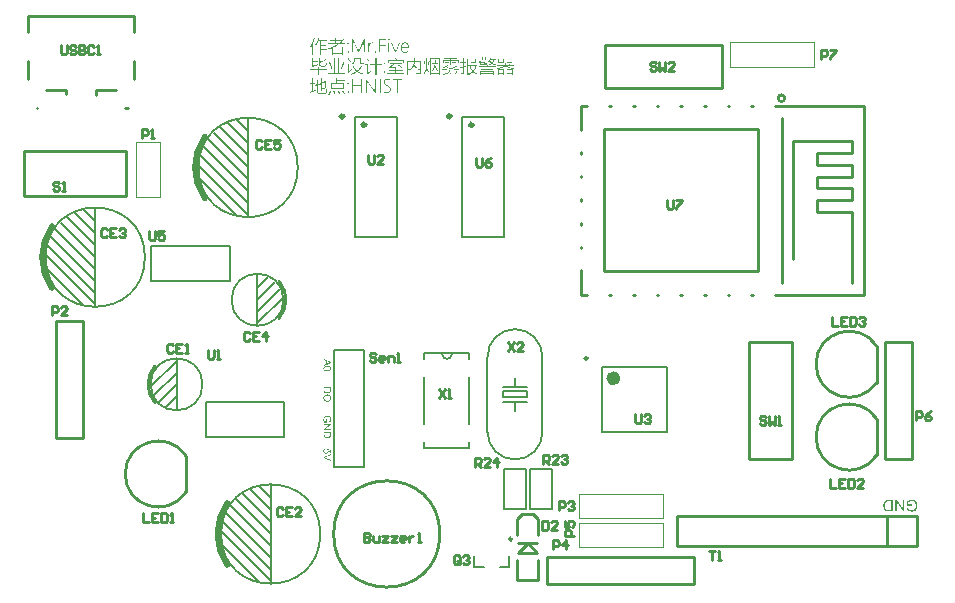
<source format=gto>
G04*
G04 #@! TF.GenerationSoftware,Altium Limited,Altium Designer,23.3.1 (30)*
G04*
G04 Layer_Color=65535*
%FSLAX25Y25*%
%MOIN*%
G70*
G04*
G04 #@! TF.SameCoordinates,0926E253-2B7E-4DA0-91A0-339D2320E812*
G04*
G04*
G04 #@! TF.FilePolarity,Positive*
G04*
G01*
G75*
%ADD10C,0.01000*%
%ADD11C,0.02362*%
%ADD12C,0.00984*%
%ADD13C,0.00800*%
%ADD14C,0.01181*%
%ADD15C,0.01984*%
%ADD16C,0.00787*%
%ADD17C,0.00394*%
%ADD18C,0.00600*%
G36*
X302381Y417654D02*
X302440Y417632D01*
X302499Y417595D01*
X302514Y417580D01*
X302536Y417550D01*
X302559Y417491D01*
X302573Y417417D01*
Y417410D01*
Y417402D01*
X302566Y417358D01*
X302544Y417299D01*
X302499Y417240D01*
X302485Y417232D01*
X302448Y417210D01*
X302396Y417180D01*
X302322Y417173D01*
X302307D01*
X302263Y417180D01*
X302211Y417203D01*
X302152Y417240D01*
X302137Y417254D01*
X302115Y417284D01*
X302092Y417343D01*
X302078Y417417D01*
Y417424D01*
Y417432D01*
X302085Y417476D01*
X302107Y417535D01*
X302152Y417587D01*
X302166Y417602D01*
X302203Y417624D01*
X302255Y417647D01*
X302322Y417661D01*
X302337D01*
X302381Y417654D01*
D02*
G37*
G36*
X288832Y416396D02*
X288891Y416374D01*
X288950Y416329D01*
X288957D01*
X288965Y416315D01*
X288994Y416278D01*
X289017Y416218D01*
X289031Y416181D01*
Y416144D01*
Y416137D01*
Y416129D01*
X289024Y416078D01*
X288994Y416018D01*
X288980Y415989D01*
X288950Y415959D01*
X288935Y415944D01*
X288898Y415922D01*
X288839Y415900D01*
X288765Y415885D01*
X288750D01*
X288698Y415893D01*
X288639Y415915D01*
X288580Y415959D01*
X288573Y415974D01*
X288550Y416011D01*
X288521Y416070D01*
X288513Y416144D01*
Y416152D01*
Y416166D01*
X288521Y416211D01*
X288543Y416270D01*
X288580Y416329D01*
X288595Y416344D01*
X288632Y416366D01*
X288691Y416389D01*
X288765Y416403D01*
X288787D01*
X288832Y416396D01*
D02*
G37*
G36*
X296831Y416403D02*
X296942Y416389D01*
X297053Y416352D01*
Y416033D01*
X297046Y416041D01*
X297023Y416048D01*
X296994Y416070D01*
X296949Y416092D01*
X296898Y416107D01*
X296838Y416129D01*
X296772Y416137D01*
X296698Y416144D01*
X296661D01*
X296631Y416137D01*
X296565Y416122D01*
X296476Y416092D01*
X296372Y416048D01*
X296261Y415974D01*
X296209Y415930D01*
X296150Y415871D01*
X296098Y415811D01*
X296047Y415737D01*
Y415730D01*
X296039Y415723D01*
X296024Y415693D01*
X296010Y415663D01*
X295987Y415619D01*
X295965Y415575D01*
X295943Y415515D01*
X295921Y415449D01*
X295891Y415367D01*
X295869Y415286D01*
X295847Y415190D01*
X295832Y415086D01*
X295810Y414975D01*
X295802Y414857D01*
X295788Y414731D01*
Y414598D01*
Y413059D01*
X295499D01*
Y416344D01*
X295788D01*
Y415612D01*
X295802D01*
Y415619D01*
X295810Y415626D01*
X295825Y415671D01*
X295847Y415745D01*
X295884Y415826D01*
X295936Y415922D01*
X295995Y416018D01*
X296069Y416115D01*
X296150Y416196D01*
X296165Y416203D01*
X296195Y416233D01*
X296246Y416263D01*
X296313Y416307D01*
X296402Y416344D01*
X296498Y416381D01*
X296602Y416403D01*
X296720Y416411D01*
X296787D01*
X296831Y416403D01*
D02*
G37*
G36*
X294382Y413059D02*
X294078D01*
Y416322D01*
Y416329D01*
Y416352D01*
Y416389D01*
X294086Y416448D01*
Y416492D01*
Y416537D01*
Y416596D01*
X294093Y416655D01*
Y416729D01*
X294100Y416810D01*
Y416899D01*
X294108Y416995D01*
X294100D01*
X294093Y416981D01*
X294086Y416951D01*
X294063Y416906D01*
X294041Y416847D01*
X293982Y416714D01*
X293960Y416655D01*
X293930Y416596D01*
X292295Y413059D01*
X292191D01*
X290548Y416581D01*
Y416588D01*
X290534Y416610D01*
X290519Y416647D01*
X290497Y416699D01*
X290474Y416758D01*
X290452Y416832D01*
X290423Y416914D01*
X290393Y417010D01*
X290378D01*
Y416995D01*
X290386Y416958D01*
Y416899D01*
X290393Y416818D01*
X290400Y416729D01*
Y416625D01*
X290408Y416514D01*
Y416396D01*
Y413059D01*
X290090D01*
Y417661D01*
X290378D01*
X292095Y413946D01*
Y413939D01*
X292102Y413924D01*
X292117Y413902D01*
X292132Y413865D01*
X292139Y413858D01*
X292147Y413835D01*
X292162Y413799D01*
X292176Y413754D01*
X292184Y413739D01*
X292199Y413702D01*
X292221Y413643D01*
X292243Y413569D01*
X292265D01*
X292295Y413673D01*
Y413680D01*
X292302Y413695D01*
X292310Y413717D01*
X292324Y413754D01*
X292347Y413806D01*
X292369Y413880D01*
X292406Y413976D01*
X294100Y417661D01*
X294382D01*
Y413059D01*
D02*
G37*
G36*
X304608Y413059D02*
X304335Y413059D01*
X303069Y416344D01*
X303395D01*
X304372Y413725D01*
Y413717D01*
X304386Y413695D01*
X304394Y413658D01*
X304416Y413614D01*
X304446Y413503D01*
X304475Y413384D01*
X304490D01*
Y413391D01*
X304497Y413421D01*
X304505Y413451D01*
X304512Y413503D01*
X304542Y413606D01*
X304579Y413710D01*
X305593Y416344D01*
X305918D01*
X304608Y413059D01*
D02*
G37*
G36*
X302477Y413059D02*
X302181D01*
Y416344D01*
X302477D01*
Y413059D01*
D02*
G37*
G36*
X301338Y417365D02*
X299510D01*
Y415493D01*
X301204D01*
Y415204D01*
X299510D01*
Y413059D01*
X299192D01*
Y417661D01*
X301338D01*
Y417365D01*
D02*
G37*
G36*
X297934Y413510D02*
X297993Y413488D01*
X298052Y413443D01*
X298059D01*
X298067Y413428D01*
X298096Y413391D01*
X298119Y413332D01*
X298133Y413295D01*
Y413258D01*
Y413251D01*
Y413243D01*
X298126Y413192D01*
X298096Y413132D01*
X298082Y413103D01*
X298052Y413073D01*
X298037Y413059D01*
X298000Y413036D01*
X297941Y413014D01*
X297867Y412999D01*
X297852D01*
X297800Y413007D01*
X297741Y413029D01*
X297682Y413073D01*
X297675Y413088D01*
X297652Y413125D01*
X297623Y413184D01*
X297615Y413258D01*
Y413266D01*
Y413280D01*
X297623Y413325D01*
X297645Y413384D01*
X297682Y413443D01*
X297697Y413458D01*
X297734Y413480D01*
X297793Y413503D01*
X297867Y413517D01*
X297889D01*
X297934Y413510D01*
D02*
G37*
G36*
X288832D02*
X288891Y413488D01*
X288950Y413443D01*
X288957D01*
X288965Y413428D01*
X288994Y413391D01*
X289017Y413332D01*
X289031Y413295D01*
Y413258D01*
Y413251D01*
Y413243D01*
X289024Y413192D01*
X288994Y413132D01*
X288980Y413103D01*
X288950Y413073D01*
X288935Y413059D01*
X288898Y413036D01*
X288839Y413014D01*
X288765Y412999D01*
X288750D01*
X288698Y413007D01*
X288639Y413029D01*
X288580Y413073D01*
X288573Y413088D01*
X288550Y413125D01*
X288521Y413184D01*
X288513Y413258D01*
Y413266D01*
Y413280D01*
X288521Y413325D01*
X288543Y413384D01*
X288580Y413443D01*
X288595Y413458D01*
X288632Y413480D01*
X288691Y413503D01*
X288765Y413517D01*
X288787D01*
X288832Y413510D01*
D02*
G37*
G36*
X307850Y416418D02*
X307901Y416411D01*
X307961Y416403D01*
X308094Y416374D01*
X308249Y416322D01*
X308323Y416285D01*
X308405Y416241D01*
X308479Y416189D01*
X308553Y416137D01*
X308619Y416063D01*
X308686Y415989D01*
X308693Y415981D01*
X308701Y415967D01*
X308715Y415944D01*
X308738Y415907D01*
X308760Y415871D01*
X308789Y415811D01*
X308819Y415752D01*
X308856Y415686D01*
X308886Y415604D01*
X308915Y415515D01*
X308945Y415419D01*
X308967Y415315D01*
X308989Y415204D01*
X309004Y415086D01*
X309019Y414953D01*
Y414820D01*
Y414694D01*
X306584D01*
Y414686D01*
Y414664D01*
Y414627D01*
X306592Y414583D01*
Y414524D01*
X306599Y414457D01*
X306621Y414309D01*
X306658Y414131D01*
X306717Y413954D01*
X306791Y413784D01*
X306895Y413628D01*
X306902Y413621D01*
X306910Y413614D01*
X306954Y413569D01*
X307021Y413510D01*
X307117Y413443D01*
X307243Y413369D01*
X307391Y413310D01*
X307561Y413266D01*
X307657Y413258D01*
X307753Y413251D01*
X307805D01*
X307850Y413258D01*
X307894Y413266D01*
X307953Y413273D01*
X308020Y413288D01*
X308094Y413303D01*
X308257Y413347D01*
X308442Y413421D01*
X308538Y413473D01*
X308634Y413525D01*
X308738Y413584D01*
X308834Y413658D01*
Y413340D01*
X308826Y413332D01*
X308812Y413325D01*
X308782Y413310D01*
X308745Y413280D01*
X308693Y413258D01*
X308634Y413229D01*
X308575Y413192D01*
X308501Y413162D01*
X308331Y413096D01*
X308138Y413036D01*
X307924Y412992D01*
X307813Y412985D01*
X307694Y412977D01*
X307635D01*
X307591Y412985D01*
X307531Y412992D01*
X307472Y412999D01*
X307324Y413036D01*
X307161Y413088D01*
X307080Y413125D01*
X306991Y413169D01*
X306910Y413221D01*
X306821Y413280D01*
X306740Y413347D01*
X306666Y413428D01*
X306658Y413436D01*
X306651Y413451D01*
X306629Y413473D01*
X306606Y413510D01*
X306577Y413562D01*
X306540Y413621D01*
X306503Y413688D01*
X306473Y413762D01*
X306436Y413850D01*
X306399Y413946D01*
X306362Y414050D01*
X306333Y414169D01*
X306310Y414287D01*
X306288Y414420D01*
X306281Y414568D01*
X306273Y414716D01*
Y414723D01*
Y414746D01*
Y414783D01*
X306281Y414834D01*
X306288Y414901D01*
X306296Y414968D01*
X306310Y415049D01*
X306325Y415138D01*
X306370Y415330D01*
X306444Y415530D01*
X306495Y415634D01*
X306547Y415737D01*
X306606Y415834D01*
X306680Y415930D01*
X306688Y415937D01*
X306703Y415952D01*
X306725Y415974D01*
X306754Y416011D01*
X306799Y416048D01*
X306843Y416085D01*
X306902Y416129D01*
X306969Y416181D01*
X307043Y416226D01*
X307117Y416270D01*
X307302Y416352D01*
X307406Y416381D01*
X307509Y416403D01*
X307628Y416418D01*
X307746Y416426D01*
X307805D01*
X307850Y416418D01*
D02*
G37*
G36*
X284791Y417276D02*
X286256D01*
Y416995D01*
X284791D01*
Y416129D01*
X285546D01*
X285553Y416137D01*
X285583Y416159D01*
X285627Y416196D01*
X285694Y416241D01*
X285768Y416300D01*
X285857Y416374D01*
X285953Y416455D01*
X286064Y416551D01*
X286182Y416655D01*
X286308Y416766D01*
X286434Y416884D01*
X286567Y417018D01*
X286841Y417291D01*
X287107Y417595D01*
X287374Y417402D01*
X287366Y417395D01*
X287344Y417373D01*
X287315Y417336D01*
X287263Y417284D01*
X287211Y417217D01*
X287137Y417143D01*
X287063Y417062D01*
X286974Y416973D01*
X286878Y416877D01*
X286782Y416773D01*
X286560Y416566D01*
X286316Y416344D01*
X286057Y416129D01*
X287833D01*
Y415841D01*
X285672D01*
X285664Y415834D01*
X285650Y415826D01*
X285613Y415804D01*
X285568Y415767D01*
X285516Y415730D01*
X285457Y415693D01*
X285383Y415641D01*
X285294Y415589D01*
X285206Y415530D01*
X285109Y415463D01*
X284887Y415330D01*
X284643Y415190D01*
X284384Y415049D01*
X286878D01*
Y412319D01*
X286552D01*
Y412681D01*
X283659D01*
Y412319D01*
X283333D01*
Y414553D01*
X283326D01*
X283311Y414546D01*
X283282Y414531D01*
X283245Y414516D01*
X283200Y414494D01*
X283141Y414472D01*
X283082Y414442D01*
X283008Y414420D01*
X282845Y414354D01*
X282660Y414280D01*
X282460Y414206D01*
X282253Y414124D01*
Y414131D01*
X282238Y414146D01*
X282223Y414176D01*
X282209Y414220D01*
X282157Y414317D01*
X282090Y414428D01*
X282098D01*
X282112Y414435D01*
X282135Y414442D01*
X282172Y414457D01*
X282209Y414472D01*
X282260Y414487D01*
X282320Y414509D01*
X282386Y414531D01*
X282542Y414590D01*
X282719Y414657D01*
X282919Y414738D01*
X283141Y414827D01*
X283370Y414923D01*
X283615Y415027D01*
X283866Y415145D01*
X284125Y415271D01*
X284377Y415404D01*
X284636Y415545D01*
X284887Y415686D01*
X285124Y415841D01*
X282186D01*
Y416129D01*
X284466D01*
Y416995D01*
X282786D01*
Y417276D01*
X284466D01*
Y418039D01*
X284791D01*
Y417276D01*
D02*
G37*
G36*
X279249Y417972D02*
Y417965D01*
X279241Y417950D01*
X279234Y417928D01*
X279219Y417898D01*
X279204Y417861D01*
X279189Y417817D01*
X279145Y417706D01*
X279086Y417572D01*
X279027Y417424D01*
X278960Y417262D01*
X278886Y417099D01*
X281779D01*
Y416788D01*
X279611D01*
Y415634D01*
X281461D01*
Y415338D01*
X279611D01*
Y414139D01*
X281617D01*
Y413835D01*
X279611D01*
Y412319D01*
X279293D01*
Y416788D01*
X278738D01*
X278731Y416781D01*
X278723Y416758D01*
X278701Y416721D01*
X278679Y416670D01*
X278642Y416610D01*
X278605Y416537D01*
X278560Y416455D01*
X278509Y416359D01*
X278449Y416263D01*
X278383Y416159D01*
X278242Y415930D01*
X278087Y415693D01*
X277909Y415456D01*
X277902Y415463D01*
X277887Y415478D01*
X277865Y415493D01*
X277828Y415523D01*
X277739Y415589D01*
X277635Y415663D01*
X277643Y415678D01*
X277672Y415708D01*
X277717Y415767D01*
X277776Y415848D01*
X277843Y415944D01*
X277924Y416063D01*
X278013Y416196D01*
X278116Y416344D01*
X278213Y416514D01*
X278324Y416699D01*
X278427Y416892D01*
X278538Y417106D01*
X278642Y417328D01*
X278738Y417565D01*
X278834Y417809D01*
X278923Y418061D01*
X279249Y417972D01*
D02*
G37*
G36*
X277717Y417965D02*
Y417957D01*
X277702Y417935D01*
X277695Y417891D01*
X277672Y417839D01*
X277650Y417772D01*
X277621Y417698D01*
X277591Y417617D01*
X277554Y417521D01*
X277510Y417417D01*
X277473Y417306D01*
X277376Y417077D01*
X277273Y416840D01*
X277169Y416596D01*
Y412319D01*
X276851D01*
Y415922D01*
X276836Y415900D01*
X276821Y415871D01*
X276799Y415826D01*
X276770Y415774D01*
X276733Y415715D01*
X276696Y415649D01*
X276651Y415567D01*
X276555Y415397D01*
X276444Y415212D01*
X276318Y415020D01*
X276192Y414820D01*
X276185Y414827D01*
X276178Y414857D01*
X276155Y414886D01*
X276126Y414938D01*
X276059Y415042D01*
X276030Y415094D01*
X275993Y415138D01*
X276000Y415153D01*
X276030Y415197D01*
X276074Y415264D01*
X276133Y415352D01*
X276207Y415471D01*
X276289Y415612D01*
X276385Y415774D01*
X276488Y415959D01*
X276592Y416166D01*
X276710Y416389D01*
X276821Y416625D01*
X276940Y416884D01*
X277058Y417158D01*
X277177Y417439D01*
X277288Y417743D01*
X277391Y418053D01*
X277717Y417965D01*
D02*
G37*
G36*
X334630Y411043D02*
X335489D01*
Y410821D01*
X334630D01*
Y410584D01*
X334334D01*
Y410821D01*
X333572D01*
Y410628D01*
X333283D01*
Y410821D01*
X332418D01*
Y411043D01*
X333283D01*
Y411391D01*
X333572D01*
Y411043D01*
X334334D01*
Y411398D01*
X334630D01*
Y411043D01*
D02*
G37*
G36*
X294981Y411257D02*
X294996Y411243D01*
X295025Y411220D01*
X295062Y411183D01*
X295107Y411139D01*
X295166Y411095D01*
X295292Y410969D01*
X295440Y410828D01*
X295610Y410673D01*
X295780Y410503D01*
X295950Y410332D01*
X295677Y410088D01*
X295669Y410096D01*
X295654Y410118D01*
X295625Y410147D01*
X295588Y410184D01*
X295536Y410236D01*
X295484Y410295D01*
X295358Y410429D01*
X295210Y410584D01*
X295048Y410747D01*
X294885Y410902D01*
X294729Y411050D01*
X294974Y411265D01*
X294981Y411257D01*
D02*
G37*
G36*
X288839Y411191D02*
X288861Y411169D01*
X288883Y411146D01*
X288957Y411072D01*
X289061Y410969D01*
X289187Y410836D01*
X289342Y410673D01*
X289520Y410488D01*
X289720Y410281D01*
X289461Y410051D01*
X289453Y410059D01*
X289438Y410073D01*
X289416Y410103D01*
X289379Y410140D01*
X289335Y410192D01*
X289283Y410244D01*
X289165Y410377D01*
X289031Y410525D01*
X288883Y410680D01*
X288728Y410836D01*
X288573Y410991D01*
X288824Y411206D01*
X288832D01*
X288839Y411191D01*
D02*
G37*
G36*
X331530Y411035D02*
Y411021D01*
Y410991D01*
Y410954D01*
X331522Y410910D01*
Y410858D01*
X331515Y410739D01*
X331507Y410599D01*
X331500Y410458D01*
X331493Y410310D01*
X331478Y410177D01*
Y410170D01*
Y410147D01*
X331470Y410118D01*
X331463Y410073D01*
X331448Y410022D01*
X331426Y409970D01*
X331404Y409911D01*
X331367Y409844D01*
X331322Y409785D01*
X331263Y409726D01*
X331197Y409666D01*
X331115Y409622D01*
X331019Y409578D01*
X330901Y409548D01*
X330775Y409526D01*
X330627Y409518D01*
X329739D01*
Y409526D01*
Y409533D01*
X329731Y409555D01*
X329724Y409585D01*
X329717Y409622D01*
X329709Y409666D01*
X329694Y409726D01*
X329680Y409800D01*
Y409807D01*
Y409814D01*
X329672Y409844D01*
X329754D01*
X329798Y409837D01*
X329976D01*
X330109Y409829D01*
X330264D01*
X330420Y409822D01*
X330619D01*
X330679Y409829D01*
X330753Y409837D01*
X330901Y409859D01*
X330967Y409881D01*
X331019Y409911D01*
X331026Y409918D01*
X331041Y409925D01*
X331063Y409948D01*
X331086Y409985D01*
X331115Y410029D01*
X331137Y410088D01*
X331160Y410155D01*
X331174Y410244D01*
Y410258D01*
X331182Y410288D01*
Y410340D01*
X331189Y410406D01*
Y410488D01*
X331197Y410577D01*
Y410762D01*
X328703D01*
Y408934D01*
X331567D01*
Y408616D01*
X331559Y408601D01*
X331552Y408564D01*
X331530Y408505D01*
X331500Y408431D01*
X331463Y408334D01*
X331419Y408223D01*
X331359Y408098D01*
X331300Y407964D01*
X331234Y407824D01*
X331160Y407676D01*
X330989Y407380D01*
X330797Y407091D01*
X330686Y406951D01*
X330575Y406825D01*
X330582Y406817D01*
X330597Y406810D01*
X330619Y406788D01*
X330656Y406758D01*
X330701Y406721D01*
X330753Y406684D01*
X330819Y406632D01*
X330893Y406581D01*
X330982Y406521D01*
X331071Y406462D01*
X331174Y406396D01*
X331293Y406322D01*
X331411Y406248D01*
X331544Y406174D01*
X331685Y406100D01*
X331840Y406018D01*
X331833Y406011D01*
X331818Y405989D01*
X331796Y405959D01*
X331766Y405922D01*
X331700Y405826D01*
X331633Y405722D01*
X331626Y405730D01*
X331596Y405744D01*
X331552Y405767D01*
X331493Y405804D01*
X331426Y405841D01*
X331337Y405892D01*
X331248Y405944D01*
X331152Y406011D01*
X330945Y406137D01*
X330730Y406285D01*
X330523Y406433D01*
X330427Y406507D01*
X330338Y406581D01*
X330331Y406573D01*
X330316Y406558D01*
X330286Y406536D01*
X330249Y406507D01*
X330205Y406470D01*
X330146Y406425D01*
X330079Y406366D01*
X330005Y406307D01*
X329916Y406248D01*
X329820Y406174D01*
X329717Y406100D01*
X329598Y406026D01*
X329480Y405937D01*
X329347Y405855D01*
X329206Y405767D01*
X329058Y405678D01*
Y405685D01*
X329043Y405693D01*
X329028Y405715D01*
X329014Y405752D01*
X328984Y405789D01*
X328947Y405833D01*
X328903Y405892D01*
X328851Y405952D01*
X328858Y405959D01*
X328888Y405974D01*
X328932Y405996D01*
X328984Y406033D01*
X329051Y406070D01*
X329132Y406114D01*
X329221Y406174D01*
X329317Y406233D01*
X329517Y406366D01*
X329724Y406507D01*
X329931Y406662D01*
X330020Y406736D01*
X330109Y406810D01*
X330101Y406817D01*
X330079Y406840D01*
X330050Y406877D01*
X330005Y406928D01*
X329961Y406995D01*
X329902Y407076D01*
X329835Y407173D01*
X329761Y407284D01*
X329687Y407409D01*
X329613Y407543D01*
X329539Y407698D01*
X329465Y407861D01*
X329391Y408038D01*
X329317Y408231D01*
X329250Y408438D01*
X329191Y408653D01*
X328703D01*
Y405611D01*
X328377D01*
Y411043D01*
X331530D01*
Y411035D01*
D02*
G37*
G36*
X304608Y411383D02*
X304631Y411346D01*
X304668Y411287D01*
X304712Y411206D01*
X304771Y411102D01*
X304838Y410984D01*
X304904Y410843D01*
X304986Y410695D01*
X304764Y410591D01*
X307309D01*
Y409644D01*
X306984D01*
Y410310D01*
X302329Y410310D01*
Y409644D01*
X302004D01*
Y410591D01*
X304660Y410591D01*
Y410599D01*
X304653Y410606D01*
X304631Y410651D01*
X304601Y410717D01*
X304564Y410806D01*
X304512Y410902D01*
X304453Y411013D01*
X304312Y411257D01*
X304601Y411398D01*
X304608Y411383D01*
D02*
G37*
G36*
X324833Y409629D02*
X323471D01*
Y409851D01*
X324833D01*
Y409629D01*
D02*
G37*
G36*
X322339D02*
X320985D01*
Y409851D01*
X322339D01*
Y409629D01*
D02*
G37*
G36*
X343503Y409585D02*
X341549D01*
Y411035D01*
X343503D01*
Y409585D01*
D02*
G37*
G36*
X340765D02*
X338811D01*
Y411035D01*
X340765D01*
Y409585D01*
D02*
G37*
G36*
X325099Y410858D02*
X323064D01*
Y410443D01*
X325565D01*
Y409422D01*
X325269D01*
Y410199D01*
X323064D01*
Y408993D01*
X322768D01*
Y410199D01*
X320563D01*
Y409422D01*
X320267D01*
Y410443D01*
X322768D01*
Y410858D01*
X320711D01*
Y411102D01*
X325099D01*
Y410858D01*
D02*
G37*
G36*
X292968Y409940D02*
Y409933D01*
Y409925D01*
Y409888D01*
X292983Y409829D01*
X293005Y409763D01*
X293042Y409703D01*
X293109Y409652D01*
X293153Y409629D01*
X293198Y409615D01*
X293257Y409607D01*
X293893D01*
X293841Y409296D01*
X293190D01*
X293153Y409304D01*
X293057Y409319D01*
X292946Y409356D01*
X292887Y409385D01*
X292835Y409422D01*
X292783Y409467D01*
X292731Y409518D01*
X292694Y409578D01*
X292665Y409652D01*
X292650Y409740D01*
X292643Y409837D01*
Y410769D01*
X290941D01*
Y410525D01*
Y410510D01*
X290948Y410480D01*
Y410429D01*
Y410355D01*
Y410347D01*
Y410318D01*
X290941Y410266D01*
X290933Y410199D01*
X290918Y410125D01*
X290896Y410036D01*
X290867Y409940D01*
X290830Y409837D01*
X290785Y409726D01*
X290719Y409615D01*
X290645Y409504D01*
X290556Y409393D01*
X290445Y409289D01*
X290326Y409185D01*
X290178Y409089D01*
X290016Y409008D01*
X290008Y409015D01*
X289993Y409037D01*
X289971Y409060D01*
X289942Y409097D01*
X289860Y409185D01*
X289771Y409274D01*
X289779D01*
X289794Y409282D01*
X289823Y409296D01*
X289853Y409311D01*
X289942Y409363D01*
X290053Y409422D01*
X290164Y409489D01*
X290275Y409570D01*
X290371Y409659D01*
X290415Y409703D01*
X290445Y409748D01*
X290452Y409763D01*
X290474Y409792D01*
X290504Y409851D01*
X290534Y409940D01*
X290563Y410044D01*
X290593Y410177D01*
X290608Y410340D01*
X290615Y410525D01*
Y411065D01*
X292968D01*
Y409940D01*
D02*
G37*
G36*
X300938Y409718D02*
X300997Y409696D01*
X301056Y409652D01*
X301064D01*
X301071Y409637D01*
X301101Y409600D01*
X301123Y409541D01*
X301138Y409504D01*
Y409467D01*
Y409459D01*
Y409452D01*
X301130Y409400D01*
X301101Y409341D01*
X301086Y409311D01*
X301056Y409282D01*
X301042Y409267D01*
X301005Y409245D01*
X300945Y409222D01*
X300871Y409208D01*
X300857D01*
X300805Y409215D01*
X300746Y409237D01*
X300686Y409282D01*
X300679Y409296D01*
X300657Y409333D01*
X300627Y409393D01*
X300620Y409467D01*
Y409474D01*
Y409489D01*
X300627Y409533D01*
X300649Y409592D01*
X300686Y409652D01*
X300701Y409666D01*
X300738Y409689D01*
X300797Y409711D01*
X300871Y409726D01*
X300894D01*
X300938Y409718D01*
D02*
G37*
G36*
X333306Y410584D02*
X333298Y410577D01*
X333283Y410547D01*
X333254Y410503D01*
X333217Y410451D01*
X333209Y410443D01*
X333195Y410421D01*
X333180Y410392D01*
X333158Y410369D01*
X335185D01*
Y410362D01*
Y410340D01*
Y410310D01*
Y410273D01*
X335178Y410221D01*
Y410162D01*
Y410022D01*
X335170Y409866D01*
X335163Y409696D01*
X335148Y409526D01*
X335141Y409363D01*
Y409356D01*
Y409341D01*
X335133Y409319D01*
Y409289D01*
X335111Y409208D01*
X335067Y409119D01*
X335037Y409067D01*
X335000Y409023D01*
X334956Y408986D01*
X334904Y408949D01*
X334845Y408912D01*
X334771Y408889D01*
X334689Y408875D01*
X334593Y408867D01*
X334549D01*
X334504Y408860D01*
X334445D01*
X334319Y408852D01*
X334201D01*
X334194Y408867D01*
Y408889D01*
X334186Y408926D01*
Y408941D01*
X334179Y408963D01*
X334171Y409000D01*
X334164Y409037D01*
X332758D01*
Y409829D01*
X334319D01*
Y409104D01*
X334564D01*
X334593Y409111D01*
X334630D01*
X334704Y409134D01*
X334741Y409156D01*
X334771Y409178D01*
X334778Y409193D01*
X334793Y409208D01*
X334808Y409237D01*
X334823Y409274D01*
X334830Y409319D01*
X334845Y409378D01*
X334852Y409444D01*
Y409452D01*
Y409459D01*
X334860Y409504D01*
Y409578D01*
X334867Y409666D01*
X334874Y409777D01*
Y409896D01*
X334882Y410022D01*
Y410155D01*
X332987D01*
X332980Y410140D01*
X332950Y410103D01*
X332906Y410051D01*
X332839Y409985D01*
X332765Y409903D01*
X332677Y409814D01*
X332573Y409726D01*
X332462Y409637D01*
X332455Y409644D01*
X332447Y409652D01*
X332403Y409703D01*
X332336Y409763D01*
X332255Y409837D01*
X332262Y409844D01*
X332277Y409851D01*
X332299Y409874D01*
X332336Y409896D01*
X332425Y409970D01*
X332536Y410066D01*
X332654Y410184D01*
X332788Y410325D01*
X332913Y410488D01*
X333032Y410665D01*
X333306Y410584D01*
D02*
G37*
G36*
X324833Y409067D02*
X323471D01*
Y409296D01*
X324833D01*
Y409067D01*
D02*
G37*
G36*
X322339D02*
X320985D01*
Y409296D01*
X322339D01*
Y409067D01*
D02*
G37*
G36*
X342474Y409481D02*
X342482Y409474D01*
X342489Y409452D01*
X342496Y409437D01*
X342519Y409400D01*
X342548Y409348D01*
X342585Y409282D01*
X342630Y409200D01*
X342674Y409119D01*
X342711Y409045D01*
X342748Y408971D01*
X343932D01*
Y408712D01*
X341586D01*
X341594Y408704D01*
X341616Y408682D01*
X341653Y408645D01*
X341705Y408593D01*
X341771Y408542D01*
X341860Y408475D01*
X341971Y408408D01*
X342097Y408342D01*
X342252Y408268D01*
X342430Y408201D01*
X342630Y408135D01*
X342859Y408075D01*
X343111Y408024D01*
X343251Y408001D01*
X343392Y407979D01*
X343547Y407964D01*
X343710Y407950D01*
X343873Y407942D01*
X344050Y407935D01*
X344043Y407927D01*
X344036Y407913D01*
X344013Y407883D01*
X343991Y407846D01*
X343962Y407802D01*
X343932Y407750D01*
X343880Y407631D01*
X343858D01*
X343828Y407639D01*
X343791D01*
X343740Y407646D01*
X343680D01*
X343614Y407654D01*
X343540Y407661D01*
X343377Y407691D01*
X343185Y407720D01*
X342977Y407757D01*
X342763Y407809D01*
X342533Y407868D01*
X342311Y407942D01*
X342089Y408031D01*
X341882Y408135D01*
X341690Y408253D01*
X341520Y408386D01*
X341438Y408460D01*
X341372Y408542D01*
X341312Y408623D01*
X341261Y408712D01*
X341127D01*
Y408704D01*
X341113Y408675D01*
X341090Y408630D01*
X341046Y408579D01*
X340994Y408512D01*
X340920Y408431D01*
X340824Y408349D01*
X340698Y408260D01*
X340624Y408216D01*
X340543Y408164D01*
X340461Y408120D01*
X340365Y408075D01*
X340262Y408024D01*
X340151Y407979D01*
X340025Y407935D01*
X339892Y407890D01*
X339751Y407846D01*
X339603Y407802D01*
X339440Y407757D01*
X339270Y407720D01*
X339085Y407683D01*
X338893Y407646D01*
X338685Y407617D01*
X338463Y407587D01*
Y407594D01*
X338449Y407617D01*
X338434Y407646D01*
X338412Y407691D01*
Y407698D01*
X338404Y407713D01*
X338389Y407735D01*
X338375Y407765D01*
X338338Y407831D01*
X338323Y407861D01*
X338308Y407883D01*
X338330D01*
X338360Y407890D01*
X338404Y407898D01*
X338456D01*
X338515Y407913D01*
X338582Y407920D01*
X338656Y407927D01*
X338826Y407957D01*
X339018Y407994D01*
X339226Y408031D01*
X339440Y408075D01*
X339662Y408135D01*
X339877Y408194D01*
X340084Y408260D01*
X340276Y408334D01*
X340447Y408416D01*
X340528Y408460D01*
X340595Y408512D01*
X340654Y408556D01*
X340706Y408608D01*
X340750Y408660D01*
X340780Y408712D01*
X338493D01*
Y408971D01*
X340905D01*
Y408978D01*
X340913Y409000D01*
X340928Y409037D01*
X340935Y409089D01*
X340950Y409156D01*
X340965Y409245D01*
X340987Y409348D01*
X341002Y409467D01*
X341305D01*
Y409452D01*
X341298Y409415D01*
X341290Y409356D01*
X341283Y409282D01*
X341268Y409200D01*
X341253Y409119D01*
X341238Y409037D01*
X341216Y408971D01*
X342430D01*
Y408978D01*
X342415Y408993D01*
X342400Y409030D01*
X342371Y409074D01*
X342341Y409126D01*
X342297Y409200D01*
X342252Y409282D01*
X342193Y409378D01*
X342467Y409489D01*
X342474Y409481D01*
D02*
G37*
G36*
X315901Y410088D02*
Y410081D01*
X315893Y410059D01*
X315879Y410022D01*
X315864Y409970D01*
X315842Y409903D01*
X315819Y409837D01*
X315790Y409755D01*
X315760Y409666D01*
X315694Y409467D01*
X315612Y409252D01*
X315531Y409030D01*
X315449Y408815D01*
X315190Y408919D01*
Y408926D01*
X315198Y408941D01*
X315213Y408971D01*
X315227Y409008D01*
X315242Y409060D01*
X315264Y409111D01*
X315294Y409185D01*
X315324Y409259D01*
X315353Y409348D01*
X315390Y409444D01*
X315420Y409548D01*
X315464Y409659D01*
X315501Y409777D01*
X315546Y409903D01*
X315634Y410177D01*
X315901Y410088D01*
D02*
G37*
G36*
X314184Y410170D02*
X314191Y410162D01*
X314199Y410140D01*
X314206Y410110D01*
X314221Y410073D01*
X314236Y410022D01*
X314251Y409970D01*
X314273Y409903D01*
X314295Y409829D01*
X314317Y409748D01*
X314347Y409652D01*
X314384Y409548D01*
X314413Y409430D01*
X314450Y409311D01*
X314495Y409178D01*
X314539Y409030D01*
X314547Y409015D01*
X314554Y408986D01*
X314569Y408941D01*
X314576Y408904D01*
X314295Y408815D01*
Y408823D01*
X314288Y408838D01*
X314280Y408867D01*
X314273Y408912D01*
X314258Y408956D01*
X314236Y409023D01*
X314221Y409089D01*
X314191Y409171D01*
X314169Y409259D01*
X314140Y409356D01*
X314110Y409467D01*
X314073Y409578D01*
X314036Y409696D01*
X313999Y409829D01*
X313910Y410103D01*
X314184Y410177D01*
Y410170D01*
D02*
G37*
G36*
X336591Y411287D02*
X336584Y411280D01*
X336569Y411243D01*
X336539Y411198D01*
X336510Y411132D01*
X336465Y411058D01*
X336421Y410984D01*
X336325Y410813D01*
X337916D01*
Y410577D01*
X337516D01*
Y410569D01*
X337509Y410547D01*
X337494Y410510D01*
X337479Y410458D01*
X337457Y410399D01*
X337435Y410332D01*
X337398Y410251D01*
X337368Y410170D01*
X337279Y409992D01*
X337176Y409807D01*
X337050Y409629D01*
X336902Y409467D01*
X336909D01*
X336917Y409459D01*
X336939Y409444D01*
X336969Y409430D01*
X336998Y409415D01*
X337043Y409393D01*
X337094Y409363D01*
X337154Y409333D01*
X337220Y409304D01*
X337294Y409274D01*
X337376Y409245D01*
X337472Y409208D01*
X337568Y409171D01*
X337679Y409141D01*
X337790Y409104D01*
X337916Y409067D01*
X337908Y409060D01*
X337901Y409045D01*
X337879Y409023D01*
X337857Y408986D01*
X337797Y408904D01*
X337731Y408801D01*
X337723D01*
X337701Y408808D01*
X337672Y408823D01*
X337627Y408838D01*
X337568Y408860D01*
X337509Y408882D01*
X337361Y408941D01*
X337198Y409015D01*
X337028Y409097D01*
X336858Y409193D01*
X336695Y409289D01*
X336687D01*
X336680Y409274D01*
X336658Y409267D01*
X336628Y409245D01*
X336591Y409222D01*
X336547Y409193D01*
X336495Y409163D01*
X336436Y409134D01*
X336369Y409097D01*
X336288Y409060D01*
X336206Y409015D01*
X336118Y408971D01*
X336021Y408934D01*
X335910Y408889D01*
X335681Y408801D01*
X335674Y408808D01*
X335659Y408838D01*
X335629Y408875D01*
X335607Y408919D01*
X335570Y408963D01*
X335540Y409000D01*
X335518Y409030D01*
X335503Y409045D01*
X335511D01*
X335533Y409052D01*
X335563Y409067D01*
X335600Y409082D01*
X335651Y409097D01*
X335711Y409119D01*
X335851Y409171D01*
X335999Y409237D01*
X336162Y409304D01*
X336317Y409385D01*
X336458Y409474D01*
Y409481D01*
X336443Y409489D01*
X336406Y409526D01*
X336340Y409592D01*
X336266Y409689D01*
X336184Y409800D01*
X336103Y409933D01*
X336014Y410081D01*
X335940Y410251D01*
X335933Y410244D01*
X335903Y410207D01*
X335866Y410162D01*
X335814Y410103D01*
X335755Y410029D01*
X335681Y409955D01*
X335518Y409785D01*
X335511Y409792D01*
X335496Y409807D01*
X335474Y409829D01*
X335452Y409859D01*
X335378Y409925D01*
X335311Y409985D01*
X335318Y409992D01*
X335341Y410014D01*
X335370Y410044D01*
X335422Y410096D01*
X335474Y410155D01*
X335533Y410221D01*
X335607Y410303D01*
X335681Y410392D01*
X335755Y410495D01*
X335836Y410599D01*
X335925Y410717D01*
X336007Y410843D01*
X336162Y411102D01*
X336303Y411391D01*
X336591Y411287D01*
D02*
G37*
G36*
X279471Y409955D02*
X279485Y409962D01*
X279515Y409977D01*
X279574Y409999D01*
X279641Y410029D01*
X279730Y410066D01*
X279833Y410118D01*
X279952Y410170D01*
X280077Y410229D01*
X280211Y410288D01*
X280351Y410355D01*
X280647Y410495D01*
X280943Y410651D01*
X281084Y410732D01*
X281224Y410806D01*
X281424Y410532D01*
X281409Y410525D01*
X281380Y410510D01*
X281321Y410480D01*
X281247Y410443D01*
X281150Y410399D01*
X281047Y410340D01*
X280921Y410281D01*
X280788Y410221D01*
X280640Y410147D01*
X280484Y410073D01*
X280159Y409925D01*
X279811Y409777D01*
X279471Y409637D01*
Y409171D01*
Y409156D01*
Y409119D01*
X279478Y409067D01*
X279485Y409008D01*
X279493Y408941D01*
X279515Y408875D01*
X279537Y408815D01*
X279567Y408771D01*
X279574Y408764D01*
X279582Y408756D01*
X279604Y408741D01*
X279641Y408719D01*
X279693Y408697D01*
X279752Y408682D01*
X279826Y408675D01*
X279922Y408667D01*
X280825D01*
X280854Y408675D01*
X280921Y408682D01*
X281010Y408712D01*
X281099Y408764D01*
X281136Y408793D01*
X281180Y408830D01*
X281210Y408882D01*
X281239Y408934D01*
X281261Y409000D01*
X281276Y409074D01*
Y409089D01*
X281284Y409119D01*
X281291Y409171D01*
X281306Y409245D01*
X281313Y409333D01*
X281328Y409444D01*
X281335Y409563D01*
X281350Y409703D01*
X281358D01*
X281380Y409689D01*
X281409Y409681D01*
X281446Y409659D01*
X281550Y409622D01*
X281661Y409592D01*
Y409578D01*
X281654Y409533D01*
Y409474D01*
X281646Y409385D01*
X281631Y409296D01*
X281624Y409193D01*
X281587Y408978D01*
Y408971D01*
X281580Y408949D01*
X281572Y408919D01*
X281565Y408882D01*
X281520Y408778D01*
X281491Y408719D01*
X281454Y408660D01*
X281409Y408601D01*
X281350Y408549D01*
X281291Y408497D01*
X281217Y408445D01*
X281128Y408408D01*
X281032Y408379D01*
X280928Y408364D01*
X279759D01*
X279715Y408371D01*
X279663Y408379D01*
X279604Y408394D01*
X279537Y408416D01*
X279478Y408438D01*
X279411Y408475D01*
X279345Y408527D01*
X279293Y408586D01*
X279241Y408653D01*
X279197Y408741D01*
X279167Y408838D01*
X279145Y408956D01*
Y409089D01*
Y411354D01*
X279471D01*
Y409955D01*
D02*
G37*
G36*
X335341Y408978D02*
X335348Y408949D01*
X335355Y408897D01*
X335370Y408830D01*
X335392Y408682D01*
X335407Y408616D01*
X335415Y408549D01*
X337931D01*
Y408312D01*
X332307D01*
Y408549D01*
X335119D01*
Y408556D01*
X335111Y408586D01*
X335104Y408630D01*
X335096Y408682D01*
X335082Y408741D01*
X335074Y408808D01*
X335045Y408941D01*
X335341Y408993D01*
Y408978D01*
D02*
G37*
G36*
X277036Y410347D02*
X278664D01*
Y410044D01*
X277036D01*
Y408682D01*
X277043D01*
X277058Y408690D01*
X277088Y408697D01*
X277125Y408704D01*
X277177Y408719D01*
X277243Y408741D01*
X277317Y408756D01*
X277406Y408786D01*
X277510Y408815D01*
X277628Y408845D01*
X277761Y408889D01*
X277917Y408926D01*
X278079Y408978D01*
X278257Y409030D01*
X278457Y409089D01*
X278671Y409148D01*
Y409141D01*
Y409119D01*
Y409089D01*
Y409045D01*
Y408941D01*
X278679Y408823D01*
X278671D01*
X278657Y408815D01*
X278620Y408808D01*
X278575Y408801D01*
X278523Y408786D01*
X278449Y408764D01*
X278368Y408741D01*
X278279Y408719D01*
X278168Y408690D01*
X278050Y408653D01*
X277924Y408623D01*
X277783Y408579D01*
X277628Y408534D01*
X277458Y408490D01*
X277280Y408438D01*
X277088Y408379D01*
X277080D01*
X277058Y408371D01*
X277029Y408357D01*
X276984Y408342D01*
X276940Y408320D01*
X276881Y408297D01*
X276762Y408231D01*
X276540Y408519D01*
X276548Y408527D01*
X276570Y408542D01*
X276599Y408571D01*
X276629Y408608D01*
X276659Y408660D01*
X276681Y408727D01*
X276703Y408808D01*
Y408897D01*
Y411317D01*
X277036D01*
Y410347D01*
D02*
G37*
G36*
X337154Y407742D02*
X333032D01*
Y407964D01*
X337154D01*
Y407742D01*
D02*
G37*
G36*
X306703Y409289D02*
X304335Y409289D01*
X304327Y409282D01*
X304305Y409267D01*
X304275Y409237D01*
X304231Y409200D01*
X304172Y409148D01*
X304105Y409097D01*
X304031Y409037D01*
X303942Y408963D01*
X303757Y408815D01*
X303543Y408653D01*
X303321Y408475D01*
X303084Y408305D01*
X303202D01*
X303291Y408312D01*
X303402D01*
X303535Y408320D01*
X303698D01*
X303876Y408327D01*
X304076Y408334D01*
X304290Y408342D01*
X304527Y408349D01*
X304786Y408357D01*
X305052Y408364D01*
X305341Y408379D01*
X305644Y408386D01*
X305963Y408401D01*
X305955Y408408D01*
X305926Y408438D01*
X305874Y408482D01*
X305815Y408542D01*
X305733Y408608D01*
X305637Y408697D01*
X305526Y408793D01*
X305400Y408904D01*
X305630Y409119D01*
X305637Y409111D01*
X305659Y409097D01*
X305696Y409067D01*
X305741Y409030D01*
X305800Y408978D01*
X305874Y408919D01*
X305955Y408852D01*
X306044Y408778D01*
X306133Y408697D01*
X306236Y408608D01*
X306458Y408416D01*
X306695Y408201D01*
X306939Y407979D01*
X306688Y407728D01*
X306680Y407735D01*
X306651Y407765D01*
X306606Y407802D01*
X306547Y407861D01*
X306540Y407868D01*
X306518Y407890D01*
X306488Y407920D01*
X306444Y407957D01*
X306355Y408046D01*
X306310Y408083D01*
X306273Y408120D01*
X306118D01*
X306037Y408112D01*
X305837D01*
X305726Y408105D01*
X305489Y408098D01*
X305245D01*
X305008Y408090D01*
X304904Y408083D01*
X304801D01*
Y407261D01*
X306962D01*
Y406980D01*
X304801D01*
Y406174D01*
X307517D01*
Y405878D01*
X301789Y405878D01*
Y406174D01*
X304475D01*
Y406980D01*
X302329D01*
Y407261D01*
X304475D01*
Y408075D01*
X304394D01*
X304327Y408068D01*
X304246D01*
X304150Y408061D01*
X304031D01*
X303891Y408053D01*
X303817D01*
X303735Y408046D01*
X303632D01*
X303521Y408038D01*
X303402D01*
X303291Y408031D01*
X303143D01*
X303091Y408024D01*
X303017D01*
X302936Y408016D01*
X302840Y408009D01*
X302640Y407987D01*
X302492Y408312D01*
X302499Y408320D01*
X302529Y408327D01*
X302566Y408349D01*
X302618Y408371D01*
X302684Y408401D01*
X302751Y408438D01*
X302892Y408527D01*
X302899D01*
X302914Y408542D01*
X302936Y408556D01*
X302966Y408579D01*
X303010Y408608D01*
X303054Y408645D01*
X303173Y408734D01*
X303313Y408838D01*
X303476Y408971D01*
X303646Y409119D01*
X303839Y409289D01*
X302633D01*
Y409570D01*
X306703Y409570D01*
Y409289D01*
D02*
G37*
G36*
X282638Y410066D02*
X282653Y410036D01*
X282675Y409977D01*
X282704Y409896D01*
X282749Y409800D01*
X282793Y409681D01*
X282852Y409548D01*
X282912Y409400D01*
X282978Y409230D01*
X283045Y409052D01*
X283119Y408860D01*
X283200Y408660D01*
X283282Y408445D01*
X283363Y408231D01*
X283444Y408001D01*
X283533Y407765D01*
X283200Y407654D01*
X283193Y407668D01*
X283185Y407698D01*
X283163Y407757D01*
X283141Y407831D01*
X283104Y407935D01*
X283060Y408046D01*
X283015Y408179D01*
X282963Y408327D01*
X282904Y408497D01*
X282838Y408675D01*
X282764Y408867D01*
X282682Y409067D01*
X282601Y409282D01*
X282512Y409504D01*
X282423Y409740D01*
X282327Y409977D01*
X282630Y410081D01*
X282638Y410066D01*
D02*
G37*
G36*
X287544Y409970D02*
X287537Y409955D01*
X287522Y409911D01*
X287492Y409844D01*
X287455Y409748D01*
X287411Y409637D01*
X287352Y409504D01*
X287292Y409348D01*
X287226Y409185D01*
X287152Y409008D01*
X287070Y408823D01*
X286900Y408431D01*
X286723Y408031D01*
X286538Y407631D01*
X286234Y407772D01*
X286242Y407787D01*
X286256Y407816D01*
X286286Y407868D01*
X286316Y407942D01*
X286360Y408038D01*
X286412Y408149D01*
X286471Y408283D01*
X286538Y408431D01*
X286612Y408586D01*
X286693Y408764D01*
X286767Y408956D01*
X286856Y409156D01*
X286945Y409370D01*
X287033Y409600D01*
X287122Y409837D01*
X287218Y410081D01*
X287544Y409970D01*
D02*
G37*
G36*
X322132Y408889D02*
X322124Y408882D01*
X322102Y408867D01*
X322072Y408845D01*
X322035Y408808D01*
X321939Y408734D01*
X321828Y408653D01*
X325025D01*
Y408386D01*
X325018Y408379D01*
X324995Y408371D01*
X324951Y408349D01*
X324899Y408320D01*
X324833Y408290D01*
X324751Y408253D01*
X324655Y408209D01*
X324559Y408164D01*
X324448Y408112D01*
X324322Y408061D01*
X324196Y408009D01*
X324063Y407957D01*
X323774Y407853D01*
X323471Y407757D01*
X323478D01*
X323515Y407750D01*
X323567Y407742D01*
X323634Y407728D01*
X323723Y407720D01*
X323834Y407705D01*
X323959Y407683D01*
X324100Y407668D01*
X324255Y407654D01*
X324433Y407631D01*
X324618Y407617D01*
X324825Y407602D01*
X325047Y407587D01*
X325277Y407572D01*
X325521Y407565D01*
X325780Y407557D01*
Y407550D01*
X325765Y407535D01*
X325750Y407513D01*
X325735Y407476D01*
X325713Y407432D01*
X325684Y407380D01*
X325632Y407261D01*
X325587D01*
X325550Y407269D01*
X325513D01*
X325462Y407276D01*
X325402D01*
X325336Y407284D01*
X325188Y407291D01*
X325010Y407306D01*
X324818Y407328D01*
X324618Y407350D01*
X324396Y407372D01*
X324174Y407395D01*
X323723Y407454D01*
X323501Y407491D01*
X323286Y407528D01*
X323094Y407565D01*
X322909Y407609D01*
X322894D01*
X322864Y407602D01*
X322805Y407587D01*
X322724Y407565D01*
X322620Y407543D01*
X322494Y407520D01*
X322354Y407491D01*
X322191Y407461D01*
X322006Y407424D01*
X321806Y407395D01*
X321584Y407358D01*
X321347Y407321D01*
X321088Y407284D01*
X320822Y407247D01*
X320533Y407210D01*
X320230Y407173D01*
Y407180D01*
X320215Y407195D01*
X320208Y407224D01*
X320185Y407261D01*
X320141Y407358D01*
X320082Y407454D01*
X320119D01*
X320141Y407461D01*
X320215Y407469D01*
X320311Y407476D01*
X320430Y407491D01*
X320570Y407498D01*
X320726Y407520D01*
X320896Y407535D01*
X321073Y407557D01*
X321258Y407580D01*
X321651Y407631D01*
X322035Y407691D01*
X322228Y407720D01*
X322405Y407757D01*
X322398D01*
X322376Y407765D01*
X322346Y407779D01*
X322302Y407794D01*
X322250Y407816D01*
X322183Y407839D01*
X322117Y407868D01*
X322035Y407905D01*
X321865Y407979D01*
X321673Y408068D01*
X321480Y408172D01*
X321281Y408283D01*
X321273D01*
X321266Y408275D01*
X321244Y408260D01*
X321214Y408246D01*
X321140Y408201D01*
X321044Y408149D01*
X320925Y408083D01*
X320792Y408024D01*
X320644Y407957D01*
X320489Y407890D01*
Y407898D01*
X320481Y407905D01*
X320467Y407927D01*
X320452Y407957D01*
X320422Y407987D01*
X320393Y408031D01*
X320356Y408083D01*
X320304Y408135D01*
X320311Y408142D01*
X320348Y408149D01*
X320393Y408164D01*
X320459Y408194D01*
X320533Y408223D01*
X320622Y408260D01*
X320726Y408305D01*
X320837Y408357D01*
X321073Y408475D01*
X321325Y408616D01*
X321569Y408778D01*
X321688Y408867D01*
X321799Y408963D01*
X322132Y408889D01*
D02*
G37*
G36*
X337161Y407165D02*
X333024D01*
Y407395D01*
X337161D01*
Y407165D01*
D02*
G37*
G36*
X315109Y411354D02*
Y411317D01*
Y411272D01*
Y411198D01*
Y411117D01*
X315102Y411013D01*
Y410887D01*
Y410754D01*
X315094Y410599D01*
Y410436D01*
X315087Y410258D01*
Y410066D01*
X315079Y409859D01*
X315072Y409644D01*
X315065Y409422D01*
X315057Y409185D01*
Y409178D01*
Y409156D01*
Y409111D01*
X315050Y409060D01*
Y409000D01*
Y408926D01*
X315042Y408845D01*
X315035Y408756D01*
X315028Y408556D01*
X315013Y408349D01*
X314991Y408135D01*
X314968Y407935D01*
X314976Y407927D01*
X314983Y407913D01*
X315005Y407883D01*
X315035Y407846D01*
X315072Y407802D01*
X315109Y407742D01*
X315161Y407676D01*
X315220Y407602D01*
X315279Y407520D01*
X315346Y407432D01*
X315420Y407328D01*
X315494Y407224D01*
X315664Y406988D01*
X315849Y406729D01*
X315583Y406521D01*
X315575Y406529D01*
X315568Y406551D01*
X315546Y406581D01*
X315523Y406618D01*
X315486Y406669D01*
X315449Y406729D01*
X315361Y406869D01*
X315257Y407032D01*
X315146Y407202D01*
X315028Y407380D01*
X314909Y407550D01*
Y407543D01*
X314902Y407513D01*
X314894Y407461D01*
X314880Y407395D01*
X314857Y407313D01*
X314835Y407217D01*
X314798Y407113D01*
X314761Y406988D01*
X314717Y406862D01*
X314658Y406721D01*
X314598Y406566D01*
X314524Y406410D01*
X314443Y406255D01*
X314354Y406092D01*
X314251Y405922D01*
X314140Y405752D01*
X314132Y405759D01*
X314117Y405774D01*
X314088Y405796D01*
X314058Y405826D01*
X313977Y405900D01*
X313895Y405966D01*
X313903Y405981D01*
X313932Y406018D01*
X313977Y406077D01*
X314029Y406166D01*
X314095Y406277D01*
X314169Y406410D01*
X314243Y406573D01*
X314325Y406758D01*
X314406Y406973D01*
X314487Y407210D01*
X314561Y407476D01*
X314628Y407765D01*
X314680Y408083D01*
X314724Y408423D01*
X314754Y408793D01*
X314769Y409185D01*
Y409200D01*
Y409230D01*
Y409282D01*
X314776Y409356D01*
Y409452D01*
Y409563D01*
X314783Y409689D01*
Y409829D01*
Y409985D01*
X314791Y410155D01*
Y410332D01*
Y410525D01*
X314798Y410717D01*
Y410924D01*
Y411361D01*
X315109D01*
Y411354D01*
D02*
G37*
G36*
X285827Y406359D02*
X287796D01*
Y406040D01*
X282046D01*
Y406359D01*
X283977D01*
Y411272D01*
X284310D01*
Y406359D01*
X285502D01*
Y411272D01*
X285827D01*
Y406359D01*
D02*
G37*
G36*
X300938Y406832D02*
X300997Y406810D01*
X301056Y406766D01*
X301064D01*
X301071Y406751D01*
X301101Y406714D01*
X301123Y406655D01*
X301138Y406618D01*
Y406581D01*
Y406573D01*
Y406566D01*
X301130Y406514D01*
X301101Y406455D01*
X301086Y406425D01*
X301056Y406396D01*
X301042Y406381D01*
X301005Y406359D01*
X300945Y406336D01*
X300871Y406322D01*
X300857D01*
X300805Y406329D01*
X300746Y406351D01*
X300686Y406396D01*
X300679Y406410D01*
X300657Y406447D01*
X300627Y406507D01*
X300620Y406581D01*
Y406588D01*
Y406603D01*
X300627Y406647D01*
X300649Y406706D01*
X300686Y406766D01*
X300701Y406780D01*
X300738Y406803D01*
X300797Y406825D01*
X300871Y406840D01*
X300894D01*
X300938Y406832D01*
D02*
G37*
G36*
X289142D02*
X289150Y406840D01*
X289157Y406847D01*
X289179Y406869D01*
X289209Y406899D01*
X289276Y406980D01*
X289372Y407076D01*
X289475Y407195D01*
X289594Y407328D01*
X289712Y407469D01*
X289838Y407609D01*
X289845Y407602D01*
X289853Y407572D01*
X289875Y407543D01*
X289897Y407498D01*
X289956Y407395D01*
X289979Y407350D01*
X290008Y407313D01*
X289993Y407298D01*
X289971Y407276D01*
X289949Y407254D01*
X289875Y407180D01*
X289779Y407076D01*
X289660Y406951D01*
X289520Y406795D01*
X289364Y406625D01*
X289187Y406425D01*
X289179Y406418D01*
X289165Y406403D01*
X289135Y406373D01*
X289105Y406336D01*
X289031Y406248D01*
X288957Y406144D01*
X288721Y406351D01*
X288728Y406359D01*
X288735Y406381D01*
X288758Y406410D01*
X288772Y406462D01*
X288795Y406514D01*
X288809Y406573D01*
X288824Y406647D01*
Y406721D01*
Y409089D01*
X288129D01*
Y409378D01*
X289142D01*
Y406832D01*
D02*
G37*
G36*
X310935Y411346D02*
Y411331D01*
Y411309D01*
Y411280D01*
Y411206D01*
Y411109D01*
Y411006D01*
Y410902D01*
X310928Y410799D01*
Y410717D01*
Y410710D01*
Y410680D01*
Y410636D01*
Y410584D01*
Y410517D01*
Y410451D01*
X310921Y410310D01*
X313096D01*
Y406484D01*
Y406477D01*
Y406455D01*
X313089Y406418D01*
Y406373D01*
X313074Y406322D01*
X313059Y406262D01*
X313037Y406203D01*
X313007Y406137D01*
X312970Y406070D01*
X312926Y406011D01*
X312867Y405952D01*
X312793Y405892D01*
X312711Y405848D01*
X312615Y405811D01*
X312497Y405789D01*
X312371Y405774D01*
X312149D01*
X312008Y405767D01*
X311720D01*
X311683Y405759D01*
X311513D01*
Y405767D01*
Y405789D01*
X311505Y405826D01*
X311498Y405870D01*
X311490Y405929D01*
X311476Y405989D01*
X311446Y406137D01*
X311520D01*
X311557Y406129D01*
X311712D01*
X311846Y406122D01*
X311986D01*
X312142Y406114D01*
X312341D01*
X312371Y406122D01*
X312445Y406129D01*
X312534Y406159D01*
X312623Y406211D01*
X312660Y406248D01*
X312697Y406285D01*
X312726Y406336D01*
X312748Y406396D01*
X312763Y406462D01*
Y406544D01*
Y409999D01*
X310913D01*
Y409992D01*
Y409970D01*
Y409933D01*
X310906Y409881D01*
Y409874D01*
Y409844D01*
Y409814D01*
Y409785D01*
Y409777D01*
Y409755D01*
X310898Y409718D01*
Y409666D01*
X310891Y409607D01*
X310884Y409533D01*
X310876Y409459D01*
X310869Y409378D01*
X310839Y409193D01*
X310810Y409008D01*
X310765Y408823D01*
X310706Y408660D01*
X310891Y408830D01*
X310898Y408823D01*
X310928Y408801D01*
X310965Y408764D01*
X311024Y408719D01*
X311091Y408660D01*
X311172Y408586D01*
X311261Y408512D01*
X311365Y408416D01*
X311483Y408320D01*
X311601Y408216D01*
X311860Y407979D01*
X312142Y407720D01*
X312438Y407446D01*
X312179Y407195D01*
X312171Y407202D01*
X312142Y407232D01*
X312097Y407276D01*
X312038Y407335D01*
X311964Y407409D01*
X311875Y407491D01*
X311779Y407587D01*
X311675Y407691D01*
X311557Y407794D01*
X311439Y407913D01*
X311187Y408142D01*
X310935Y408379D01*
X310684Y408601D01*
Y408593D01*
X310669Y408564D01*
X310647Y408527D01*
X310625Y408468D01*
X310580Y408401D01*
X310528Y408320D01*
X310469Y408231D01*
X310388Y408127D01*
X310299Y408016D01*
X310195Y407898D01*
X310070Y407772D01*
X309929Y407646D01*
X309766Y407513D01*
X309589Y407372D01*
X309396Y407239D01*
X309174Y407099D01*
X309167Y407106D01*
X309152Y407128D01*
X309130Y407158D01*
X309108Y407195D01*
X309034Y407284D01*
X308945Y407380D01*
X308952D01*
X308967Y407387D01*
X308982Y407402D01*
X309011Y407417D01*
X309093Y407461D01*
X309196Y407528D01*
X309322Y407609D01*
X309463Y407713D01*
X309611Y407824D01*
X309759Y407964D01*
X309914Y408112D01*
X310055Y408283D01*
X310195Y408468D01*
X310321Y408667D01*
X310425Y408882D01*
X310506Y409119D01*
X310536Y409237D01*
X310558Y409363D01*
X310565Y409496D01*
X310573Y409629D01*
Y409637D01*
Y409644D01*
Y409689D01*
Y409740D01*
Y409785D01*
Y409792D01*
Y409807D01*
Y409844D01*
Y409888D01*
Y409903D01*
X310580Y409925D01*
Y409962D01*
Y409999D01*
X308693D01*
Y405707D01*
X308368D01*
Y410310D01*
X310588D01*
Y410318D01*
Y410340D01*
Y410384D01*
Y410429D01*
Y410495D01*
Y410562D01*
Y410643D01*
Y410725D01*
Y410732D01*
Y410747D01*
Y410769D01*
Y410799D01*
Y410880D01*
Y410976D01*
Y410984D01*
Y410998D01*
Y411028D01*
Y411065D01*
Y411124D01*
Y411183D01*
Y411265D01*
Y411354D01*
X310935D01*
Y411346D01*
D02*
G37*
G36*
X327312Y409999D02*
X328015D01*
Y409718D01*
X327312D01*
Y408482D01*
X327319D01*
X327326Y408490D01*
X327371Y408497D01*
X327437Y408519D01*
X327526Y408549D01*
X327630Y408586D01*
X327748Y408623D01*
X327874Y408660D01*
X328000Y408704D01*
Y408697D01*
Y408675D01*
Y408638D01*
Y408593D01*
Y408490D01*
X328007Y408386D01*
X328000D01*
X327970Y408379D01*
X327926Y408364D01*
X327859Y408342D01*
X327778Y408312D01*
X327674Y408283D01*
X327548Y408246D01*
X327408Y408201D01*
X327400D01*
X327371Y408186D01*
X327341Y408179D01*
X327312Y408172D01*
Y406307D01*
Y406299D01*
Y406285D01*
Y406255D01*
X327304Y406218D01*
X327289Y406137D01*
X327252Y406033D01*
X327223Y405981D01*
X327186Y405929D01*
X327134Y405885D01*
X327082Y405841D01*
X327016Y405804D01*
X326934Y405774D01*
X326838Y405752D01*
X326734Y405744D01*
X326705D01*
X326660Y405737D01*
X326535D01*
X326453Y405730D01*
X326261D01*
Y405737D01*
Y405752D01*
X326253Y405781D01*
X326246Y405818D01*
X326239Y405863D01*
X326231Y405922D01*
X326209Y406048D01*
Y406055D01*
Y406063D01*
X326202Y406085D01*
X326231D01*
X326261Y406077D01*
X326313D01*
X326372Y406070D01*
X326453D01*
X326542Y406063D01*
X326705D01*
X326757Y406077D01*
X326823Y406100D01*
X326882Y406137D01*
X326942Y406188D01*
X326979Y406270D01*
X326986Y406322D01*
Y406381D01*
Y408068D01*
X326979D01*
X326942Y408053D01*
X326890Y408038D01*
X326808Y408009D01*
X326712Y407979D01*
X326594Y407935D01*
X326453Y407890D01*
X326290Y407831D01*
X326276Y407824D01*
X326246Y407816D01*
X326209Y407802D01*
X326172Y407794D01*
X326128Y408135D01*
X326135D01*
X326157Y408142D01*
X326202Y408157D01*
X326261Y408172D01*
X326342Y408194D01*
X326438Y408223D01*
X326557Y408253D01*
X326690Y408297D01*
X326697D01*
X326720Y408305D01*
X326757Y408320D01*
X326801Y408334D01*
X326897Y408357D01*
X326942Y408371D01*
X326986Y408386D01*
Y409718D01*
X326187D01*
Y409999D01*
X326986D01*
Y411317D01*
X327312D01*
Y409999D01*
D02*
G37*
G36*
X322664Y407291D02*
Y407276D01*
X322657Y407247D01*
X322650Y407210D01*
X322642Y407158D01*
X322635Y407106D01*
X322613Y406980D01*
X324944D01*
Y406973D01*
Y406965D01*
X324936Y406921D01*
X324929Y406854D01*
X324921Y406766D01*
X324914Y406669D01*
X324899Y406566D01*
X324884Y406455D01*
X324862Y406351D01*
Y406344D01*
X324855Y406329D01*
Y406299D01*
X324840Y406255D01*
X324803Y406159D01*
X324773Y406107D01*
X324744Y406055D01*
X324699Y405996D01*
X324640Y405944D01*
X324581Y405892D01*
X324507Y405848D01*
X324418Y405811D01*
X324322Y405781D01*
X324211Y405767D01*
X324085Y405759D01*
X323959D01*
X323908Y405752D01*
X323589D01*
X323493Y405744D01*
X322864D01*
X322798Y406055D01*
X322879D01*
X322923Y406048D01*
X323116D01*
X323197Y406040D01*
X323478D01*
X323693Y406033D01*
X324033D01*
X324130Y406048D01*
X324233Y406070D01*
X324344Y406107D01*
X324448Y406174D01*
X324485Y406211D01*
X324522Y406262D01*
X324544Y406314D01*
X324551Y406381D01*
Y406388D01*
X324559Y406403D01*
Y406440D01*
X324566Y406477D01*
X324574Y406529D01*
X324588Y406588D01*
X324596Y406662D01*
X324603Y406736D01*
X322539D01*
Y406729D01*
X322524Y406699D01*
X322509Y406655D01*
X322479Y406595D01*
X322435Y406529D01*
X322376Y406447D01*
X322294Y406366D01*
X322198Y406270D01*
X322080Y406181D01*
X321932Y406085D01*
X321762Y405989D01*
X321665Y405944D01*
X321562Y405900D01*
X321451Y405863D01*
X321332Y405818D01*
X321199Y405781D01*
X321066Y405744D01*
X320918Y405707D01*
X320763Y405678D01*
X320600Y405648D01*
X320422Y405626D01*
Y405633D01*
X320415Y405641D01*
X320400Y405685D01*
Y405693D01*
X320385Y405707D01*
X320370Y405737D01*
X320356Y405774D01*
X320311Y405848D01*
X320289Y405885D01*
X320267Y405915D01*
X320289D01*
X320311Y405922D01*
X320341D01*
X320385Y405929D01*
X320430Y405937D01*
X320541Y405959D01*
X320674Y405981D01*
X320829Y406018D01*
X320992Y406055D01*
X321162Y406100D01*
X321332Y406151D01*
X321503Y406211D01*
X321665Y406277D01*
X321821Y406351D01*
X321954Y406433D01*
X322065Y406529D01*
X322109Y406573D01*
X322154Y406625D01*
X322183Y406677D01*
X322206Y406736D01*
X320755D01*
Y406980D01*
X322294D01*
Y406988D01*
X322302Y407002D01*
X322309Y407032D01*
X322317Y407076D01*
X322324Y407121D01*
X322339Y407173D01*
X322354Y407298D01*
X322664D01*
Y407291D01*
D02*
G37*
G36*
X295395Y406396D02*
X295403Y406403D01*
X295425Y406418D01*
X295455Y406440D01*
X295499Y406470D01*
X295558Y406499D01*
X295617Y406544D01*
X295691Y406595D01*
X295773Y406647D01*
X295943Y406766D01*
X296135Y406891D01*
X296328Y407017D01*
X296513Y407150D01*
Y407143D01*
X296520Y407121D01*
X296528Y407084D01*
X296542Y407039D01*
X296579Y406928D01*
X296624Y406810D01*
X296616D01*
X296602Y406795D01*
X296565Y406780D01*
X296528Y406751D01*
X296476Y406721D01*
X296409Y406684D01*
X296343Y406640D01*
X296261Y406588D01*
X296172Y406536D01*
X296084Y406477D01*
X295876Y406344D01*
X295647Y406188D01*
X295410Y406026D01*
X295403Y406018D01*
X295381Y406003D01*
X295351Y405981D01*
X295314Y405952D01*
X295225Y405870D01*
X295129Y405767D01*
X294885Y406026D01*
X294892Y406033D01*
X294900Y406040D01*
X294922Y406063D01*
X294944Y406092D01*
X294988Y406159D01*
X295025Y406240D01*
Y406248D01*
X295033Y406262D01*
X295040Y406285D01*
X295048Y406314D01*
Y406359D01*
X295055Y406403D01*
X295062Y406514D01*
Y409037D01*
X294219D01*
Y409341D01*
X295395D01*
Y406396D01*
D02*
G37*
G36*
X293272Y408386D02*
X293264Y408371D01*
X293249Y408342D01*
X293212Y408283D01*
X293175Y408216D01*
X293116Y408127D01*
X293057Y408024D01*
X292983Y407913D01*
X292902Y407787D01*
X292813Y407661D01*
X292717Y407528D01*
X292502Y407261D01*
X292265Y407002D01*
X292139Y406877D01*
X292014Y406766D01*
X292021Y406758D01*
X292043Y406751D01*
X292080Y406729D01*
X292132Y406692D01*
X292199Y406662D01*
X292280Y406618D01*
X292376Y406566D01*
X292487Y406514D01*
X292613Y406462D01*
X292746Y406403D01*
X292902Y406344D01*
X293064Y406285D01*
X293242Y406218D01*
X293427Y406159D01*
X293634Y406100D01*
X293849Y406040D01*
X293841Y406033D01*
X293827Y406003D01*
X293797Y405959D01*
X293767Y405915D01*
X293701Y405804D01*
X293671Y405752D01*
X293656Y405715D01*
X293642Y405722D01*
X293605Y405730D01*
X293538Y405752D01*
X293449Y405781D01*
X293346Y405818D01*
X293227Y405863D01*
X293094Y405915D01*
X292946Y405966D01*
X292798Y406026D01*
X292643Y406092D01*
X292317Y406233D01*
X292162Y406314D01*
X292014Y406396D01*
X291873Y406477D01*
X291740Y406558D01*
X291732Y406551D01*
X291703Y406536D01*
X291658Y406507D01*
X291599Y406470D01*
X291518Y406425D01*
X291422Y406373D01*
X291311Y406314D01*
X291185Y406248D01*
X291044Y406174D01*
X290881Y406100D01*
X290711Y406026D01*
X290526Y405944D01*
X290319Y405870D01*
X290104Y405789D01*
X289875Y405707D01*
X289631Y405633D01*
X289623Y405641D01*
X289616Y405663D01*
X289594Y405700D01*
X289572Y405737D01*
X289505Y405841D01*
X289431Y405944D01*
X289438D01*
X289446Y405952D01*
X289490Y405959D01*
X289557Y405981D01*
X289653Y406011D01*
X289764Y406048D01*
X289890Y406092D01*
X290038Y406144D01*
X290186Y406196D01*
X290349Y406255D01*
X290519Y406322D01*
X290852Y406462D01*
X291022Y406536D01*
X291177Y406618D01*
X291325Y406699D01*
X291466Y406780D01*
X291459Y406788D01*
X291436Y406810D01*
X291399Y406840D01*
X291355Y406884D01*
X291296Y406951D01*
X291229Y407017D01*
X291155Y407106D01*
X291074Y407202D01*
X290992Y407313D01*
X290904Y407439D01*
X290807Y407572D01*
X290719Y407720D01*
X290622Y407876D01*
X290534Y408046D01*
X290445Y408231D01*
X290363Y408423D01*
X290053D01*
Y408719D01*
X293272D01*
Y408386D01*
D02*
G37*
G36*
X340787Y405663D02*
X340484D01*
Y405959D01*
X339115D01*
Y405663D01*
X338811D01*
Y407439D01*
X340787D01*
Y405663D01*
D02*
G37*
G36*
X343540Y405656D02*
X343236D01*
Y405959D01*
X341853D01*
Y405670D01*
X341549D01*
Y407439D01*
X343540D01*
Y405656D01*
D02*
G37*
G36*
X319371Y405641D02*
X319061D01*
Y406033D01*
X316382D01*
Y405648D01*
X316071D01*
Y411058D01*
X319371D01*
Y405641D01*
D02*
G37*
G36*
X298215Y409311D02*
X299969D01*
Y409000D01*
X298215D01*
Y405641D01*
X297867D01*
Y409000D01*
X296113D01*
Y409311D01*
X297867D01*
Y411361D01*
X298215D01*
Y409311D01*
D02*
G37*
G36*
X278990Y407417D02*
X281661D01*
Y407113D01*
X278990D01*
Y405626D01*
X278664D01*
Y407113D01*
X275993D01*
Y407417D01*
X278664D01*
Y408283D01*
X278990D01*
Y407417D01*
D02*
G37*
G36*
X337324Y405619D02*
X337006D01*
Y405885D01*
X333187D01*
Y405619D01*
X332869D01*
Y406803D01*
X337324D01*
Y405619D01*
D02*
G37*
G36*
X302152Y404350D02*
X302255Y404343D01*
X302381Y404321D01*
X302522Y404298D01*
X302670Y404261D01*
X302825Y404217D01*
Y403884D01*
X302818D01*
X302810Y403891D01*
X302788Y403899D01*
X302751Y403914D01*
X302714Y403928D01*
X302670Y403943D01*
X302566Y403980D01*
X302433Y404010D01*
X302285Y404039D01*
X302129Y404062D01*
X301959Y404069D01*
X301885D01*
X301796Y404054D01*
X301693Y404039D01*
X301574Y404010D01*
X301449Y403965D01*
X301330Y403906D01*
X301219Y403825D01*
X301204Y403817D01*
X301175Y403780D01*
X301130Y403729D01*
X301086Y403662D01*
X301034Y403573D01*
X300990Y403470D01*
X300960Y403351D01*
X300945Y403218D01*
Y403211D01*
Y403203D01*
Y403159D01*
X300953Y403100D01*
X300968Y403018D01*
X300990Y402929D01*
X301027Y402833D01*
X301071Y402744D01*
X301130Y402656D01*
X301138Y402648D01*
X301167Y402619D01*
X301219Y402574D01*
X301301Y402508D01*
X301352Y402471D01*
X301412Y402426D01*
X301478Y402382D01*
X301552Y402330D01*
X301634Y402278D01*
X301722Y402219D01*
X301826Y402160D01*
X301937Y402093D01*
X301944Y402086D01*
X301967Y402078D01*
X301996Y402056D01*
X302041Y402034D01*
X302092Y401997D01*
X302152Y401960D01*
X302292Y401871D01*
X302433Y401768D01*
X302581Y401657D01*
X302707Y401546D01*
X302758Y401486D01*
X302803Y401435D01*
X302810Y401420D01*
X302840Y401383D01*
X302869Y401324D01*
X302914Y401250D01*
X302951Y401153D01*
X302988Y401042D01*
X303010Y400924D01*
X303017Y400791D01*
Y400783D01*
Y400769D01*
Y400739D01*
X303010Y400702D01*
Y400658D01*
X302995Y400606D01*
X302973Y400480D01*
X302929Y400347D01*
X302862Y400199D01*
X302818Y400132D01*
X302773Y400058D01*
X302714Y399992D01*
X302647Y399925D01*
X302640D01*
X302633Y399910D01*
X302610Y399895D01*
X302581Y399873D01*
X302544Y399851D01*
X302492Y399821D01*
X302440Y399792D01*
X302381Y399762D01*
X302307Y399725D01*
X302233Y399696D01*
X302144Y399666D01*
X302048Y399644D01*
X301952Y399622D01*
X301841Y399607D01*
X301730Y399599D01*
X301604Y399592D01*
X301560D01*
X301515Y399599D01*
X301449D01*
X301367Y399607D01*
X301271Y399622D01*
X301167Y399644D01*
X301056Y399666D01*
X301042D01*
X301005Y399681D01*
X300953Y399696D01*
X300879Y399710D01*
X300805Y399733D01*
X300723Y399762D01*
X300649Y399792D01*
X300583Y399829D01*
Y400191D01*
X300590D01*
X300605Y400177D01*
X300635Y400162D01*
X300664Y400140D01*
X300709Y400117D01*
X300768Y400095D01*
X300894Y400036D01*
X301042Y399977D01*
X301212Y399932D01*
X301389Y399895D01*
X301582Y399881D01*
X301634D01*
X301671Y399888D01*
X301715D01*
X301767Y399895D01*
X301885Y399910D01*
X302018Y399932D01*
X302159Y399977D01*
X302285Y400029D01*
X302403Y400103D01*
X302418Y400110D01*
X302448Y400147D01*
X302492Y400191D01*
X302544Y400265D01*
X302596Y400354D01*
X302640Y400458D01*
X302670Y400584D01*
X302684Y400724D01*
Y400732D01*
Y400739D01*
Y400783D01*
X302677Y400850D01*
X302662Y400931D01*
X302640Y401020D01*
X302603Y401109D01*
X302559Y401205D01*
X302492Y401287D01*
X302485Y401294D01*
X302455Y401324D01*
X302403Y401375D01*
X302322Y401442D01*
X302270Y401479D01*
X302211Y401523D01*
X302144Y401568D01*
X302070Y401620D01*
X301989Y401679D01*
X301893Y401738D01*
X301789Y401797D01*
X301678Y401864D01*
X301671Y401871D01*
X301648Y401886D01*
X301611Y401901D01*
X301567Y401930D01*
X301508Y401967D01*
X301449Y402012D01*
X301308Y402108D01*
X301160Y402212D01*
X301012Y402330D01*
X300945Y402389D01*
X300886Y402441D01*
X300834Y402500D01*
X300797Y402552D01*
X300790Y402567D01*
X300768Y402604D01*
X300738Y402656D01*
X300709Y402737D01*
X300672Y402826D01*
X300642Y402937D01*
X300620Y403055D01*
X300612Y403188D01*
Y403196D01*
Y403211D01*
Y403233D01*
X300620Y403270D01*
X300627Y403314D01*
X300635Y403359D01*
X300657Y403470D01*
X300701Y403603D01*
X300775Y403736D01*
X300812Y403810D01*
X300864Y403877D01*
X300923Y403943D01*
X300990Y404010D01*
X300997Y404017D01*
X301005Y404025D01*
X301027Y404039D01*
X301056Y404062D01*
X301093Y404091D01*
X301145Y404121D01*
X301197Y404150D01*
X301256Y404187D01*
X301404Y404247D01*
X301574Y404306D01*
X301774Y404343D01*
X301878Y404358D01*
X302070D01*
X302152Y404350D01*
D02*
G37*
G36*
X280048Y403077D02*
X281483Y403588D01*
Y403573D01*
Y403536D01*
Y403484D01*
X281476Y403403D01*
Y403314D01*
Y403203D01*
X281469Y403085D01*
Y402952D01*
X281461Y402818D01*
Y402670D01*
X281446Y402382D01*
X281439Y402093D01*
X281432Y401953D01*
X281424Y401827D01*
Y401819D01*
Y401790D01*
X281417Y401745D01*
X281409Y401686D01*
X281402Y401620D01*
X281380Y401546D01*
X281358Y401472D01*
X281328Y401390D01*
X281291Y401309D01*
X281247Y401227D01*
X281195Y401161D01*
X281128Y401094D01*
X281054Y401042D01*
X280965Y401005D01*
X280862Y400983D01*
X280336D01*
Y400991D01*
Y401005D01*
X280329Y401035D01*
X280322Y401072D01*
X280314Y401116D01*
X280299Y401176D01*
X280270Y401301D01*
X280285D01*
X280329Y401294D01*
X280388D01*
X280455Y401287D01*
X280758D01*
X280825Y401301D01*
X280899Y401338D01*
X280936Y401361D01*
X280973Y401398D01*
X281002Y401442D01*
X281039Y401486D01*
X281062Y401553D01*
X281084Y401620D01*
X281099Y401708D01*
X281106Y401805D01*
Y401812D01*
Y401842D01*
X281113Y401879D01*
Y401930D01*
Y401997D01*
X281121Y402071D01*
X281128Y402160D01*
Y402256D01*
X281143Y402463D01*
X281150Y402693D01*
X281158Y402929D01*
X281165Y403166D01*
X280048Y402767D01*
Y400206D01*
X279730D01*
Y402663D01*
X278679Y402293D01*
Y400051D01*
Y400043D01*
Y400036D01*
Y399992D01*
X278686Y399932D01*
X278694Y399851D01*
X278708Y399777D01*
X278738Y399696D01*
X278768Y399629D01*
X278812Y399585D01*
X278819Y399577D01*
X278834Y399562D01*
X278871Y399548D01*
X278923Y399525D01*
X278990Y399496D01*
X279078Y399481D01*
X279189Y399466D01*
X279323Y399459D01*
X280721D01*
X280780Y399466D01*
X280840Y399474D01*
X280973Y399511D01*
X281047Y399533D01*
X281113Y399562D01*
X281180Y399599D01*
X281239Y399651D01*
X281291Y399703D01*
X281335Y399770D01*
X281365Y399851D01*
X281387Y399940D01*
Y399947D01*
X281395Y399955D01*
Y399977D01*
X281402Y400006D01*
X281417Y400088D01*
X281439Y400191D01*
X281454Y400317D01*
X281476Y400450D01*
X281498Y400598D01*
X281513Y400754D01*
X281520D01*
X281543Y400739D01*
X281572Y400732D01*
X281617Y400717D01*
X281713Y400680D01*
X281831Y400650D01*
Y400643D01*
Y400628D01*
X281824Y400606D01*
Y400569D01*
X281816Y400532D01*
X281809Y400480D01*
X281794Y400369D01*
X281772Y400236D01*
X281750Y400095D01*
X281728Y399955D01*
X281698Y399821D01*
Y399814D01*
Y399807D01*
X281683Y399762D01*
X281661Y399696D01*
X281631Y399622D01*
X281587Y399533D01*
X281535Y399451D01*
X281469Y399370D01*
X281395Y399311D01*
X281387Y399303D01*
X281350Y399289D01*
X281298Y399259D01*
X281224Y399237D01*
X281128Y399207D01*
X281010Y399178D01*
X280869Y399163D01*
X280699Y399155D01*
X279138D01*
X279078Y399163D01*
X279012Y399170D01*
X278938Y399192D01*
X278856Y399215D01*
X278775Y399244D01*
X278694Y399281D01*
X278612Y399333D01*
X278538Y399400D01*
X278479Y399474D01*
X278427Y399570D01*
X278383Y399681D01*
X278361Y399807D01*
Y399947D01*
Y402182D01*
X277850Y401997D01*
X277806Y402300D01*
X278361Y402485D01*
Y403914D01*
X278679D01*
Y402604D01*
X279730Y402966D01*
Y404654D01*
X280048D01*
Y403077D01*
D02*
G37*
G36*
X288854Y403011D02*
X288913Y402989D01*
X288972Y402944D01*
X288980D01*
X288987Y402929D01*
X289017Y402892D01*
X289039Y402833D01*
X289054Y402796D01*
Y402759D01*
Y402752D01*
Y402744D01*
X289046Y402693D01*
X289017Y402633D01*
X289002Y402604D01*
X288972Y402574D01*
X288957Y402559D01*
X288920Y402537D01*
X288861Y402515D01*
X288787Y402500D01*
X288772D01*
X288721Y402508D01*
X288661Y402530D01*
X288602Y402574D01*
X288595Y402589D01*
X288573Y402626D01*
X288543Y402685D01*
X288536Y402759D01*
Y402767D01*
Y402781D01*
X288543Y402826D01*
X288565Y402885D01*
X288602Y402944D01*
X288617Y402959D01*
X288654Y402981D01*
X288713Y403003D01*
X288787Y403018D01*
X288809D01*
X288854Y403011D01*
D02*
G37*
G36*
X293383Y399673D02*
X293064D01*
Y401879D01*
X290430D01*
Y399673D01*
X290112D01*
Y404276D01*
X290430D01*
Y402167D01*
X293064D01*
Y404276D01*
X293383D01*
Y399673D01*
D02*
G37*
G36*
X285095Y403906D02*
X287788D01*
Y403610D01*
X285095D01*
Y402759D01*
X287226D01*
Y400850D01*
X282889D01*
Y402759D01*
X284762D01*
Y404691D01*
X285095D01*
Y403906D01*
D02*
G37*
G36*
X298045Y399673D02*
X297815D01*
X295077Y403388D01*
Y403396D01*
X295062Y403410D01*
X295048Y403433D01*
X295025Y403455D01*
X294981Y403529D01*
X294929Y403610D01*
X294885Y403677D01*
X294870D01*
Y403662D01*
X294877Y403625D01*
X294885Y403558D01*
Y403477D01*
Y399673D01*
X294567D01*
Y404276D01*
X294803D01*
X297527Y400584D01*
X297534Y400576D01*
X297541Y400561D01*
X297564Y400539D01*
X297586Y400502D01*
X297615Y400458D01*
X297645Y400406D01*
X297726Y400288D01*
X297741D01*
Y400295D01*
Y400325D01*
X297734Y400369D01*
Y400421D01*
X297726Y400547D01*
Y400672D01*
Y404276D01*
X298045D01*
Y399673D01*
D02*
G37*
G36*
X306584Y403980D02*
X305252D01*
Y399673D01*
X304934D01*
Y403980D01*
X303602Y403980D01*
Y404276D01*
X306584Y404276D01*
Y403980D01*
D02*
G37*
G36*
X299547Y399673D02*
X299229D01*
Y404276D01*
X299547D01*
Y399673D01*
D02*
G37*
G36*
X277184Y402974D02*
X277835D01*
Y402685D01*
X277184D01*
Y400302D01*
X277191D01*
X277199Y400310D01*
X277221Y400317D01*
X277251Y400325D01*
X277295Y400339D01*
X277347Y400354D01*
X277406Y400369D01*
X277473Y400391D01*
X277480D01*
X277487Y400399D01*
X277532Y400413D01*
X277591Y400428D01*
X277665Y400458D01*
X277754Y400480D01*
X277835Y400510D01*
X277924Y400539D01*
X277998Y400561D01*
Y400547D01*
Y400532D01*
X278005Y400502D01*
Y400465D01*
X278013Y400413D01*
X278020Y400347D01*
X278035Y400258D01*
X278020Y400251D01*
X277976Y400243D01*
X277917Y400221D01*
X277828Y400191D01*
X277717Y400162D01*
X277598Y400125D01*
X277458Y400080D01*
X277317Y400036D01*
X277162Y399984D01*
X276999Y399940D01*
X276681Y399836D01*
X276518Y399784D01*
X276363Y399740D01*
X276222Y399696D01*
X276089Y399651D01*
X276000Y399955D01*
X276015Y399962D01*
X276059Y399969D01*
X276126Y399992D01*
X276222Y400014D01*
X276340Y400051D01*
X276488Y400095D01*
X276666Y400140D01*
X276858Y400199D01*
Y402685D01*
X276163D01*
Y402974D01*
X276858D01*
Y404639D01*
X277184D01*
Y402974D01*
D02*
G37*
G36*
X288854Y400125D02*
X288913Y400103D01*
X288972Y400058D01*
X288980D01*
X288987Y400043D01*
X289017Y400006D01*
X289039Y399947D01*
X289054Y399910D01*
Y399873D01*
Y399866D01*
Y399858D01*
X289046Y399807D01*
X289017Y399747D01*
X289002Y399718D01*
X288972Y399688D01*
X288957Y399673D01*
X288920Y399651D01*
X288861Y399629D01*
X288787Y399614D01*
X288772D01*
X288721Y399622D01*
X288661Y399644D01*
X288602Y399688D01*
X288595Y399703D01*
X288573Y399740D01*
X288543Y399799D01*
X288536Y399873D01*
Y399881D01*
Y399895D01*
X288543Y399940D01*
X288565Y399999D01*
X288602Y400058D01*
X288617Y400073D01*
X288654Y400095D01*
X288713Y400117D01*
X288787Y400132D01*
X288809D01*
X288854Y400125D01*
D02*
G37*
G36*
X285598Y400376D02*
X285605Y400354D01*
X285620Y400332D01*
X285635Y400295D01*
X285657Y400251D01*
X285679Y400199D01*
X285709Y400132D01*
X285746Y400066D01*
X285783Y399984D01*
X285820Y399888D01*
X285872Y399792D01*
X285916Y399673D01*
X285975Y399555D01*
X286034Y399422D01*
X286101Y399274D01*
X285783Y399148D01*
X285775Y399163D01*
X285768Y399178D01*
X285761Y399200D01*
Y399207D01*
X285746Y399229D01*
X285731Y399274D01*
X285709Y399318D01*
X285687Y399385D01*
X285657Y399451D01*
X285590Y399614D01*
X285516Y399792D01*
X285435Y399969D01*
X285361Y400140D01*
X285324Y400221D01*
X285294Y400288D01*
X285590Y400391D01*
X285598Y400376D01*
D02*
G37*
G36*
X287107Y400384D02*
X287115Y400369D01*
X287130Y400339D01*
X287152Y400302D01*
X287181Y400258D01*
X287218Y400199D01*
X287255Y400132D01*
X287300Y400058D01*
X287403Y399895D01*
X287522Y399703D01*
X287648Y399488D01*
X287788Y399259D01*
X287485Y399096D01*
Y399104D01*
X287477Y399118D01*
X287463Y399141D01*
X287440Y399178D01*
X287418Y399222D01*
X287389Y399274D01*
X287352Y399333D01*
X287315Y399407D01*
X287270Y399481D01*
X287218Y399570D01*
X287167Y399666D01*
X287107Y399770D01*
X287041Y399881D01*
X286974Y399992D01*
X286819Y400251D01*
X287100Y400391D01*
X287107Y400384D01*
D02*
G37*
G36*
X284162Y400325D02*
X284170Y400310D01*
X284177Y400288D01*
X284192Y400251D01*
X284207Y400206D01*
X284229Y400154D01*
X284251Y400095D01*
X284281Y400029D01*
X284310Y399947D01*
X284340Y399866D01*
X284377Y399770D01*
X284414Y399673D01*
X284495Y399451D01*
X284584Y399200D01*
X284251Y399096D01*
Y399104D01*
X284244Y399118D01*
X284236Y399148D01*
X284221Y399185D01*
X284207Y399237D01*
X284192Y399289D01*
X284170Y399355D01*
X284147Y399429D01*
X284118Y399511D01*
X284088Y399599D01*
X284022Y399799D01*
X283948Y400014D01*
X283859Y400243D01*
X284162Y400332D01*
Y400325D01*
D02*
G37*
G36*
X283185Y400258D02*
X283178Y400251D01*
X283171Y400228D01*
X283148Y400191D01*
X283119Y400140D01*
X283082Y400080D01*
X283045Y400014D01*
X283000Y399932D01*
X282949Y399844D01*
X282838Y399651D01*
X282704Y399437D01*
X282571Y399215D01*
X282438Y399000D01*
X282142Y399192D01*
X282149Y399200D01*
X282157Y399215D01*
X282179Y399244D01*
X282209Y399289D01*
X282246Y399340D01*
X282283Y399400D01*
X282334Y399466D01*
X282386Y399548D01*
X282438Y399629D01*
X282497Y399725D01*
X282623Y399932D01*
X282756Y400154D01*
X282889Y400399D01*
X283185Y400258D01*
D02*
G37*
G36*
X283063Y310039D02*
Y309675D01*
X280544Y308645D01*
Y309023D01*
X281308Y309318D01*
Y310374D01*
X280544Y310647D01*
Y311000D01*
X283063Y310039D01*
D02*
G37*
G36*
X281898Y308499D02*
X281941D01*
X281989Y308496D01*
X282043Y308492D01*
X282156Y308481D01*
X282276Y308463D01*
X282396Y308441D01*
X282451Y308426D01*
X282506Y308412D01*
X282509D01*
X282517Y308408D01*
X282531Y308401D01*
X282549Y308394D01*
X282575Y308386D01*
X282600Y308372D01*
X282662Y308343D01*
X282728Y308306D01*
X282797Y308259D01*
X282866Y308205D01*
X282924Y308139D01*
Y308135D01*
X282931Y308132D01*
X282939Y308121D01*
X282946Y308106D01*
X282961Y308088D01*
X282972Y308066D01*
X283001Y308012D01*
X283026Y307946D01*
X283052Y307870D01*
X283066Y307779D01*
X283073Y307680D01*
Y307648D01*
X283070Y307608D01*
X283063Y307560D01*
X283052Y307506D01*
X283037Y307447D01*
X283019Y307385D01*
X282990Y307327D01*
Y307324D01*
X282986Y307320D01*
X282975Y307302D01*
X282957Y307273D01*
X282931Y307236D01*
X282895Y307196D01*
X282855Y307153D01*
X282808Y307113D01*
X282753Y307072D01*
X282746Y307069D01*
X282728Y307054D01*
X282695Y307040D01*
X282648Y307014D01*
X282593Y306992D01*
X282531Y306963D01*
X282458Y306938D01*
X282378Y306916D01*
X282375D01*
X282367Y306912D01*
X282356Y306909D01*
X282338Y306905D01*
X282316Y306901D01*
X282291Y306898D01*
X282258Y306890D01*
X282222Y306887D01*
X282182Y306879D01*
X282138Y306876D01*
X282087Y306872D01*
X282036Y306865D01*
X281978Y306861D01*
X281920D01*
X281854Y306858D01*
X281785D01*
X281781D01*
X281767D01*
X281741D01*
X281712D01*
X281672Y306861D01*
X281628D01*
X281581Y306865D01*
X281530Y306869D01*
X281414Y306879D01*
X281294Y306898D01*
X281177Y306920D01*
X281122Y306934D01*
X281068Y306952D01*
X281064D01*
X281057Y306956D01*
X281042Y306963D01*
X281024Y306971D01*
X280999Y306978D01*
X280973Y306992D01*
X280911Y307021D01*
X280846Y307058D01*
X280773Y307105D01*
X280708Y307160D01*
X280646Y307225D01*
Y307229D01*
X280638Y307233D01*
X280631Y307243D01*
X280624Y307258D01*
X280613Y307276D01*
X280598Y307295D01*
X280573Y307349D01*
X280547Y307415D01*
X280522Y307491D01*
X280507Y307582D01*
X280500Y307680D01*
Y307717D01*
X280504Y307742D01*
X280507Y307771D01*
X280515Y307808D01*
X280522Y307848D01*
X280533Y307891D01*
X280547Y307935D01*
X280562Y307982D01*
X280584Y308030D01*
X280609Y308077D01*
X280638Y308124D01*
X280675Y308172D01*
X280715Y308215D01*
X280758Y308255D01*
X280762Y308259D01*
X280773Y308266D01*
X280791Y308277D01*
X280820Y308295D01*
X280853Y308314D01*
X280897Y308332D01*
X280948Y308357D01*
X281006Y308379D01*
X281071Y308401D01*
X281148Y308423D01*
X281232Y308445D01*
X281326Y308463D01*
X281428Y308481D01*
X281537Y308492D01*
X281658Y308499D01*
X281785Y308503D01*
X281789D01*
X281803D01*
X281829D01*
X281858D01*
X281898Y308499D01*
D02*
G37*
G36*
X281228Y280676D02*
X281224D01*
X281217D01*
X281206Y280672D01*
X281188Y280669D01*
X281148Y280658D01*
X281093Y280643D01*
X281039Y280621D01*
X280977Y280592D01*
X280922Y280556D01*
X280871Y280512D01*
X280868Y280505D01*
X280853Y280490D01*
X280835Y280461D01*
X280813Y280421D01*
X280791Y280378D01*
X280773Y280323D01*
X280758Y280261D01*
X280755Y280192D01*
Y280170D01*
X280758Y280155D01*
X280762Y280112D01*
X280777Y280061D01*
X280795Y279999D01*
X280824Y279937D01*
X280868Y279872D01*
X280893Y279842D01*
X280922Y279813D01*
X280926Y279810D01*
X280929Y279806D01*
X280940Y279799D01*
X280951Y279788D01*
X280991Y279762D01*
X281042Y279733D01*
X281104Y279708D01*
X281181Y279682D01*
X281272Y279664D01*
X281319Y279657D01*
X281370D01*
X281374D01*
X281381D01*
X281395D01*
X281414Y279661D01*
X281435D01*
X281461Y279664D01*
X281519Y279675D01*
X281588Y279693D01*
X281658Y279719D01*
X281723Y279755D01*
X281785Y279806D01*
X281789D01*
X281792Y279813D01*
X281810Y279832D01*
X281836Y279864D01*
X281865Y279908D01*
X281891Y279966D01*
X281916Y280032D01*
X281934Y280108D01*
X281941Y280152D01*
Y280221D01*
X281938Y280250D01*
X281934Y280287D01*
X281923Y280330D01*
X281912Y280374D01*
X281894Y280421D01*
X281872Y280469D01*
X281869Y280472D01*
X281861Y280487D01*
X281843Y280509D01*
X281825Y280538D01*
X281800Y280567D01*
X281767Y280596D01*
X281734Y280629D01*
X281694Y280654D01*
X281734Y280945D01*
X283030Y280701D01*
Y279449D01*
X282735D01*
Y280458D01*
X282054Y280592D01*
X282058Y280589D01*
X282062Y280581D01*
X282069Y280571D01*
X282080Y280552D01*
X282091Y280530D01*
X282105Y280505D01*
X282134Y280447D01*
X282164Y280374D01*
X282189Y280294D01*
X282207Y280206D01*
X282214Y280163D01*
Y280083D01*
X282211Y280061D01*
X282207Y280032D01*
X282204Y279999D01*
X282196Y279963D01*
X282185Y279923D01*
X282160Y279835D01*
X282142Y279788D01*
X282116Y279741D01*
X282091Y279693D01*
X282062Y279646D01*
X282025Y279602D01*
X281985Y279559D01*
X281981Y279555D01*
X281974Y279548D01*
X281963Y279537D01*
X281945Y279522D01*
X281920Y279504D01*
X281894Y279486D01*
X281861Y279464D01*
X281825Y279442D01*
X281785Y279424D01*
X281741Y279402D01*
X281690Y279384D01*
X281639Y279366D01*
X281585Y279351D01*
X281523Y279340D01*
X281461Y279333D01*
X281395Y279329D01*
X281392D01*
X281381D01*
X281363D01*
X281337Y279333D01*
X281308Y279337D01*
X281275Y279340D01*
X281235Y279347D01*
X281195Y279355D01*
X281101Y279377D01*
X281002Y279413D01*
X280951Y279435D01*
X280904Y279464D01*
X280853Y279493D01*
X280806Y279529D01*
X280802Y279533D01*
X280791Y279540D01*
X280777Y279555D01*
X280758Y279573D01*
X280737Y279599D01*
X280708Y279628D01*
X280682Y279664D01*
X280653Y279704D01*
X280624Y279748D01*
X280598Y279799D01*
X280573Y279853D01*
X280547Y279912D01*
X280529Y279974D01*
X280515Y280043D01*
X280504Y280116D01*
X280500Y280192D01*
Y280225D01*
X280504Y280250D01*
X280507Y280279D01*
X280511Y280312D01*
X280515Y280352D01*
X280525Y280392D01*
X280547Y280483D01*
X280580Y280574D01*
X280602Y280621D01*
X280627Y280669D01*
X280657Y280712D01*
X280689Y280756D01*
X280693Y280760D01*
X280697Y280767D01*
X280711Y280774D01*
X280726Y280789D01*
X280744Y280807D01*
X280766Y280825D01*
X280795Y280847D01*
X280828Y280865D01*
X280860Y280887D01*
X280900Y280909D01*
X280988Y280949D01*
X281090Y280982D01*
X281144Y280993D01*
X281203Y281000D01*
X281228Y280676D01*
D02*
G37*
G36*
X283063Y278812D02*
X281232Y278157D01*
X281228D01*
X281221Y278153D01*
X281210Y278150D01*
X281195Y278143D01*
X281173Y278139D01*
X281152Y278132D01*
X281097Y278114D01*
X281035Y278092D01*
X280966Y278070D01*
X280820Y278026D01*
X280824D01*
X280831Y278023D01*
X280842Y278019D01*
X280857Y278015D01*
X280897Y278004D01*
X280951Y277986D01*
X281013Y277968D01*
X281082Y277946D01*
X281155Y277921D01*
X281232Y277891D01*
X283063Y277207D01*
Y276869D01*
X280544Y277851D01*
Y278201D01*
X283063Y279176D01*
Y278812D01*
D02*
G37*
G36*
X281850Y291996D02*
X281883D01*
X281923Y291993D01*
X281963Y291985D01*
X282011Y291982D01*
X282062Y291971D01*
X282116Y291964D01*
X282233Y291934D01*
X282353Y291898D01*
X282473Y291847D01*
X282476Y291844D01*
X282487Y291840D01*
X282502Y291833D01*
X282524Y291818D01*
X282553Y291803D01*
X282582Y291785D01*
X282651Y291734D01*
X282731Y291672D01*
X282808Y291596D01*
X282884Y291509D01*
X282917Y291458D01*
X282950Y291407D01*
X282953Y291403D01*
X282957Y291392D01*
X282964Y291378D01*
X282975Y291356D01*
X282986Y291327D01*
X283001Y291294D01*
X283015Y291257D01*
X283030Y291214D01*
X283044Y291166D01*
X283055Y291115D01*
X283070Y291061D01*
X283081Y291003D01*
X283099Y290875D01*
X283106Y290810D01*
Y290693D01*
X283103Y290671D01*
Y290642D01*
X283095Y290573D01*
X283084Y290497D01*
X283066Y290417D01*
X283044Y290329D01*
X283015Y290246D01*
Y290242D01*
X283012Y290235D01*
X283008Y290224D01*
X283001Y290209D01*
X282979Y290169D01*
X282953Y290118D01*
X282917Y290064D01*
X282873Y290005D01*
X282826Y289951D01*
X282768Y289900D01*
X282760Y289892D01*
X282739Y289878D01*
X282706Y289856D01*
X282659Y289827D01*
X282600Y289798D01*
X282527Y289765D01*
X282447Y289732D01*
X282356Y289707D01*
X282276Y290009D01*
X282280D01*
X282284Y290013D01*
X282295Y290016D01*
X282309Y290020D01*
X282342Y290031D01*
X282385Y290045D01*
X282436Y290067D01*
X282484Y290093D01*
X282535Y290118D01*
X282578Y290151D01*
X282582Y290155D01*
X282597Y290165D01*
X282615Y290187D01*
X282640Y290213D01*
X282669Y290246D01*
X282699Y290289D01*
X282728Y290336D01*
X282753Y290391D01*
X282757Y290398D01*
X282764Y290417D01*
X282775Y290449D01*
X282790Y290493D01*
X282801Y290544D01*
X282811Y290602D01*
X282819Y290668D01*
X282822Y290737D01*
Y290777D01*
X282819Y290795D01*
Y290817D01*
X282815Y290872D01*
X282804Y290933D01*
X282793Y291003D01*
X282775Y291068D01*
X282750Y291134D01*
X282746Y291141D01*
X282739Y291163D01*
X282720Y291192D01*
X282702Y291228D01*
X282673Y291272D01*
X282644Y291319D01*
X282608Y291363D01*
X282568Y291403D01*
X282564Y291407D01*
X282549Y291421D01*
X282524Y291439D01*
X282495Y291461D01*
X282458Y291487D01*
X282415Y291512D01*
X282367Y291538D01*
X282316Y291563D01*
X282313D01*
X282305Y291567D01*
X282295Y291570D01*
X282276Y291578D01*
X282255Y291585D01*
X282229Y291592D01*
X282200Y291603D01*
X282167Y291611D01*
X282091Y291629D01*
X282003Y291643D01*
X281912Y291654D01*
X281810Y291658D01*
X281807D01*
X281796D01*
X281778D01*
X281756Y291654D01*
X281727D01*
X281690Y291651D01*
X281654Y291647D01*
X281614Y291643D01*
X281523Y291629D01*
X281428Y291611D01*
X281334Y291581D01*
X281243Y291545D01*
X281239D01*
X281232Y291538D01*
X281221Y291534D01*
X281206Y291523D01*
X281166Y291498D01*
X281115Y291458D01*
X281061Y291410D01*
X281006Y291352D01*
X280955Y291283D01*
X280908Y291207D01*
Y291203D01*
X280904Y291196D01*
X280897Y291185D01*
X280890Y291166D01*
X280882Y291148D01*
X280875Y291123D01*
X280853Y291065D01*
X280835Y290992D01*
X280817Y290912D01*
X280802Y290824D01*
X280799Y290733D01*
Y290697D01*
X280802Y290675D01*
Y290653D01*
X280809Y290599D01*
X280817Y290533D01*
X280831Y290464D01*
X280853Y290388D01*
X280879Y290311D01*
Y290307D01*
X280882Y290300D01*
X280886Y290293D01*
X280893Y290278D01*
X280911Y290238D01*
X280933Y290195D01*
X280959Y290144D01*
X280988Y290089D01*
X281020Y290038D01*
X281057Y289994D01*
X281530D01*
Y290737D01*
X281829D01*
Y289667D01*
X280893D01*
X280890Y289670D01*
X280886Y289678D01*
X280875Y289692D01*
X280860Y289710D01*
X280846Y289732D01*
X280828Y289758D01*
X280806Y289791D01*
X280784Y289823D01*
X280737Y289900D01*
X280686Y289987D01*
X280638Y290078D01*
X280598Y290176D01*
Y290180D01*
X280595Y290187D01*
X280591Y290202D01*
X280584Y290220D01*
X280576Y290246D01*
X280566Y290275D01*
X280558Y290307D01*
X280551Y290340D01*
X280533Y290420D01*
X280515Y290511D01*
X280504Y290610D01*
X280500Y290711D01*
Y290748D01*
X280504Y290773D01*
Y290806D01*
X280507Y290846D01*
X280515Y290890D01*
X280518Y290937D01*
X280540Y291043D01*
X280566Y291156D01*
X280606Y291272D01*
X280627Y291330D01*
X280657Y291389D01*
X280660Y291392D01*
X280664Y291403D01*
X280675Y291418D01*
X280686Y291439D01*
X280704Y291465D01*
X280722Y291490D01*
X280773Y291560D01*
X280838Y291632D01*
X280919Y291709D01*
X281010Y291782D01*
X281115Y291847D01*
X281119D01*
X281130Y291854D01*
X281144Y291862D01*
X281170Y291873D01*
X281195Y291883D01*
X281232Y291894D01*
X281268Y291909D01*
X281312Y291924D01*
X281359Y291938D01*
X281414Y291953D01*
X281468Y291964D01*
X281526Y291974D01*
X281654Y291993D01*
X281789Y292000D01*
X281792D01*
X281807D01*
X281825D01*
X281850Y291996D01*
D02*
G37*
G36*
X283063Y288837D02*
X281082Y287515D01*
X283063D01*
Y287195D01*
X280544D01*
Y287541D01*
X282520Y288859D01*
X280544D01*
Y289179D01*
X283063D01*
Y288837D01*
D02*
G37*
G36*
Y285666D02*
X283059Y285601D01*
X283055Y285528D01*
X283048Y285455D01*
X283037Y285383D01*
X283026Y285321D01*
Y285317D01*
X283022Y285310D01*
Y285299D01*
X283015Y285284D01*
X283004Y285244D01*
X282986Y285193D01*
X282961Y285135D01*
X282928Y285073D01*
X282892Y285011D01*
X282844Y284953D01*
X282840Y284949D01*
X282837Y284946D01*
X282826Y284935D01*
X282815Y284920D01*
X282779Y284884D01*
X282728Y284840D01*
X282666Y284793D01*
X282593Y284742D01*
X282509Y284695D01*
X282415Y284654D01*
X282411D01*
X282404Y284651D01*
X282389Y284644D01*
X282367Y284640D01*
X282342Y284629D01*
X282313Y284622D01*
X282280Y284614D01*
X282240Y284604D01*
X282200Y284593D01*
X282153Y284585D01*
X282051Y284567D01*
X281938Y284556D01*
X281814Y284553D01*
X281810D01*
X281803D01*
X281785D01*
X281767D01*
X281741Y284556D01*
X281712D01*
X281643Y284560D01*
X281563Y284571D01*
X281479Y284582D01*
X281392Y284600D01*
X281304Y284622D01*
X281301D01*
X281294Y284625D01*
X281283Y284629D01*
X281268Y284633D01*
X281228Y284647D01*
X281177Y284669D01*
X281119Y284691D01*
X281061Y284720D01*
X280999Y284756D01*
X280940Y284793D01*
X280933Y284796D01*
X280915Y284811D01*
X280890Y284833D01*
X280857Y284862D01*
X280820Y284895D01*
X280784Y284935D01*
X280744Y284975D01*
X280711Y285022D01*
X280708Y285029D01*
X280697Y285044D01*
X280682Y285069D01*
X280664Y285106D01*
X280642Y285150D01*
X280624Y285201D01*
X280602Y285259D01*
X280584Y285324D01*
Y285332D01*
X280580Y285342D01*
X280576Y285353D01*
X280573Y285390D01*
X280566Y285441D01*
X280558Y285499D01*
X280551Y285568D01*
X280547Y285645D01*
X280544Y285728D01*
Y286635D01*
X283063D01*
Y285666D01*
D02*
G37*
G36*
Y300532D02*
X283059Y300466D01*
X283055Y300393D01*
X283048Y300321D01*
X283037Y300248D01*
X283026Y300186D01*
Y300182D01*
X283022Y300175D01*
Y300164D01*
X283015Y300150D01*
X283004Y300110D01*
X282986Y300059D01*
X282961Y300000D01*
X282928Y299938D01*
X282892Y299877D01*
X282844Y299818D01*
X282840Y299815D01*
X282837Y299811D01*
X282826Y299800D01*
X282815Y299786D01*
X282779Y299749D01*
X282728Y299706D01*
X282666Y299658D01*
X282593Y299607D01*
X282509Y299560D01*
X282415Y299520D01*
X282411D01*
X282404Y299516D01*
X282389Y299509D01*
X282367Y299505D01*
X282342Y299494D01*
X282313Y299487D01*
X282280Y299480D01*
X282240Y299469D01*
X282200Y299458D01*
X282153Y299451D01*
X282051Y299432D01*
X281938Y299422D01*
X281814Y299418D01*
X281810D01*
X281803D01*
X281785D01*
X281767D01*
X281741Y299422D01*
X281712D01*
X281643Y299425D01*
X281563Y299436D01*
X281479Y299447D01*
X281392Y299465D01*
X281304Y299487D01*
X281301D01*
X281294Y299491D01*
X281283Y299494D01*
X281268Y299498D01*
X281228Y299513D01*
X281177Y299534D01*
X281119Y299556D01*
X281061Y299585D01*
X280999Y299622D01*
X280940Y299658D01*
X280933Y299662D01*
X280915Y299676D01*
X280890Y299698D01*
X280857Y299727D01*
X280820Y299760D01*
X280784Y299800D01*
X280744Y299840D01*
X280711Y299887D01*
X280708Y299895D01*
X280697Y299909D01*
X280682Y299935D01*
X280664Y299971D01*
X280642Y300015D01*
X280624Y300066D01*
X280602Y300124D01*
X280584Y300190D01*
Y300197D01*
X280580Y300208D01*
X280576Y300219D01*
X280573Y300255D01*
X280566Y300306D01*
X280558Y300364D01*
X280551Y300433D01*
X280547Y300510D01*
X280544Y300594D01*
Y301500D01*
X283063D01*
Y300532D01*
D02*
G37*
G36*
X281829Y299058D02*
X281872D01*
X281923Y299050D01*
X281985Y299043D01*
X282054Y299032D01*
X282127Y299018D01*
X282204Y299003D01*
X282284Y298981D01*
X282364Y298952D01*
X282447Y298919D01*
X282527Y298883D01*
X282608Y298835D01*
X282680Y298785D01*
X282750Y298726D01*
X282753Y298723D01*
X282764Y298712D01*
X282782Y298690D01*
X282804Y298664D01*
X282833Y298632D01*
X282862Y298592D01*
X282895Y298544D01*
X282928Y298490D01*
X282961Y298431D01*
X282993Y298366D01*
X283022Y298293D01*
X283052Y298217D01*
X283073Y298133D01*
X283092Y298046D01*
X283103Y297955D01*
X283106Y297856D01*
Y297824D01*
X283103Y297798D01*
Y297765D01*
X283099Y297733D01*
X283092Y297689D01*
X283084Y297645D01*
X283066Y297551D01*
X283037Y297441D01*
X282993Y297336D01*
X282968Y297281D01*
X282939Y297227D01*
X282935Y297223D01*
X282931Y297216D01*
X282921Y297201D01*
X282910Y297179D01*
X282892Y297158D01*
X282870Y297128D01*
X282819Y297066D01*
X282753Y297001D01*
X282673Y296928D01*
X282578Y296859D01*
X282473Y296801D01*
X282469D01*
X282458Y296794D01*
X282444Y296786D01*
X282422Y296779D01*
X282393Y296764D01*
X282360Y296753D01*
X282320Y296739D01*
X282276Y296724D01*
X282229Y296713D01*
X282178Y296699D01*
X282120Y296684D01*
X282062Y296673D01*
X281934Y296659D01*
X281796Y296652D01*
X281792D01*
X281778D01*
X281759D01*
X281730Y296655D01*
X281698D01*
X281658Y296659D01*
X281614Y296666D01*
X281567Y296670D01*
X281461Y296688D01*
X281345Y296717D01*
X281228Y296757D01*
X281170Y296779D01*
X281112Y296808D01*
X281108D01*
X281097Y296815D01*
X281082Y296823D01*
X281061Y296837D01*
X281035Y296852D01*
X281010Y296870D01*
X280940Y296921D01*
X280868Y296983D01*
X280791Y297056D01*
X280718Y297143D01*
X280653Y297245D01*
Y297249D01*
X280646Y297256D01*
X280638Y297274D01*
X280627Y297296D01*
X280616Y297321D01*
X280606Y297350D01*
X280591Y297387D01*
X280576Y297427D01*
X280562Y297470D01*
X280547Y297518D01*
X280525Y297623D01*
X280507Y297736D01*
X280500Y297856D01*
Y297893D01*
X280504Y297915D01*
Y297947D01*
X280511Y297984D01*
X280515Y298024D01*
X280522Y298071D01*
X280544Y298169D01*
X280573Y298275D01*
X280616Y298384D01*
X280642Y298439D01*
X280671Y298493D01*
X280675Y298497D01*
X280678Y298504D01*
X280689Y298519D01*
X280704Y298541D01*
X280718Y298563D01*
X280740Y298588D01*
X280795Y298650D01*
X280860Y298719D01*
X280940Y298792D01*
X281031Y298857D01*
X281137Y298919D01*
X281141D01*
X281152Y298926D01*
X281166Y298934D01*
X281188Y298941D01*
X281217Y298952D01*
X281250Y298963D01*
X281286Y298977D01*
X281326Y298988D01*
X281374Y299003D01*
X281421Y299018D01*
X281530Y299039D01*
X281643Y299054D01*
X281767Y299061D01*
X281770D01*
X281774D01*
X281796D01*
X281829Y299058D01*
D02*
G37*
G36*
X474199Y260093D02*
X473677D01*
X471662Y263112D01*
Y260093D01*
X471174D01*
Y263933D01*
X471701D01*
X473710Y260920D01*
Y263933D01*
X474199D01*
Y260093D01*
D02*
G37*
G36*
X476630Y263994D02*
X476680D01*
X476741Y263989D01*
X476807Y263978D01*
X476879Y263972D01*
X477040Y263939D01*
X477212Y263900D01*
X477390Y263839D01*
X477479Y263806D01*
X477568Y263761D01*
X477573Y263756D01*
X477590Y263750D01*
X477612Y263734D01*
X477645Y263717D01*
X477684Y263689D01*
X477723Y263661D01*
X477828Y263584D01*
X477939Y263484D01*
X478056Y263362D01*
X478167Y263223D01*
X478267Y263062D01*
Y263056D01*
X478278Y263040D01*
X478289Y263018D01*
X478306Y262979D01*
X478322Y262940D01*
X478339Y262884D01*
X478361Y262829D01*
X478383Y262762D01*
X478406Y262690D01*
X478428Y262607D01*
X478444Y262524D01*
X478461Y262435D01*
X478489Y262241D01*
X478500Y262035D01*
Y262030D01*
Y262007D01*
Y261980D01*
X478494Y261941D01*
Y261891D01*
X478489Y261830D01*
X478478Y261769D01*
X478472Y261697D01*
X478456Y261619D01*
X478444Y261536D01*
X478400Y261358D01*
X478345Y261175D01*
X478267Y260992D01*
X478261Y260986D01*
X478256Y260970D01*
X478245Y260947D01*
X478223Y260914D01*
X478200Y260870D01*
X478172Y260825D01*
X478095Y260720D01*
X478000Y260598D01*
X477884Y260481D01*
X477751Y260365D01*
X477673Y260315D01*
X477595Y260265D01*
X477590Y260259D01*
X477573Y260254D01*
X477551Y260243D01*
X477518Y260226D01*
X477473Y260209D01*
X477423Y260187D01*
X477368Y260165D01*
X477301Y260143D01*
X477229Y260121D01*
X477151Y260104D01*
X477068Y260082D01*
X476979Y260065D01*
X476785Y260037D01*
X476685Y260026D01*
X476508D01*
X476474Y260032D01*
X476430D01*
X476324Y260043D01*
X476208Y260059D01*
X476086Y260087D01*
X475952Y260121D01*
X475825Y260165D01*
X475819D01*
X475808Y260171D01*
X475792Y260176D01*
X475769Y260187D01*
X475708Y260220D01*
X475631Y260259D01*
X475547Y260315D01*
X475459Y260381D01*
X475375Y260454D01*
X475298Y260542D01*
X475286Y260553D01*
X475264Y260587D01*
X475231Y260637D01*
X475187Y260709D01*
X475142Y260798D01*
X475092Y260909D01*
X475042Y261031D01*
X475003Y261170D01*
X475464Y261292D01*
Y261286D01*
X475470Y261280D01*
X475475Y261264D01*
X475481Y261242D01*
X475497Y261192D01*
X475520Y261125D01*
X475553Y261047D01*
X475592Y260975D01*
X475631Y260897D01*
X475681Y260831D01*
X475686Y260825D01*
X475703Y260803D01*
X475736Y260775D01*
X475775Y260737D01*
X475825Y260692D01*
X475891Y260648D01*
X475964Y260603D01*
X476047Y260564D01*
X476058Y260559D01*
X476086Y260548D01*
X476136Y260531D01*
X476202Y260509D01*
X476280Y260492D01*
X476369Y260476D01*
X476469Y260465D01*
X476574Y260459D01*
X476635D01*
X476663Y260465D01*
X476696D01*
X476780Y260470D01*
X476874Y260487D01*
X476979Y260504D01*
X477079Y260531D01*
X477179Y260570D01*
X477190Y260576D01*
X477223Y260587D01*
X477268Y260614D01*
X477323Y260642D01*
X477390Y260687D01*
X477462Y260731D01*
X477529Y260787D01*
X477590Y260848D01*
X477595Y260853D01*
X477618Y260875D01*
X477645Y260914D01*
X477679Y260959D01*
X477717Y261014D01*
X477756Y261081D01*
X477795Y261153D01*
X477834Y261230D01*
Y261236D01*
X477840Y261247D01*
X477845Y261264D01*
X477856Y261292D01*
X477867Y261325D01*
X477878Y261364D01*
X477895Y261408D01*
X477906Y261458D01*
X477934Y261575D01*
X477956Y261708D01*
X477973Y261847D01*
X477978Y262002D01*
Y262007D01*
Y262024D01*
Y262052D01*
X477973Y262085D01*
Y262130D01*
X477967Y262185D01*
X477962Y262241D01*
X477956Y262302D01*
X477934Y262440D01*
X477906Y262585D01*
X477862Y262729D01*
X477806Y262868D01*
Y262873D01*
X477795Y262884D01*
X477790Y262901D01*
X477773Y262923D01*
X477734Y262984D01*
X477673Y263062D01*
X477601Y263145D01*
X477512Y263229D01*
X477407Y263306D01*
X477290Y263378D01*
X477284D01*
X477273Y263384D01*
X477257Y263395D01*
X477229Y263406D01*
X477201Y263417D01*
X477162Y263428D01*
X477074Y263462D01*
X476963Y263489D01*
X476840Y263517D01*
X476707Y263539D01*
X476569Y263545D01*
X476513D01*
X476480Y263539D01*
X476446D01*
X476363Y263528D01*
X476263Y263517D01*
X476158Y263495D01*
X476041Y263462D01*
X475925Y263423D01*
X475919D01*
X475908Y263417D01*
X475897Y263412D01*
X475875Y263401D01*
X475814Y263373D01*
X475747Y263339D01*
X475669Y263301D01*
X475586Y263256D01*
X475508Y263206D01*
X475442Y263151D01*
Y262429D01*
X476574D01*
Y261974D01*
X474942D01*
Y263401D01*
X474948Y263406D01*
X474959Y263412D01*
X474981Y263428D01*
X475009Y263451D01*
X475042Y263473D01*
X475081Y263500D01*
X475131Y263534D01*
X475181Y263567D01*
X475298Y263639D01*
X475431Y263717D01*
X475570Y263789D01*
X475719Y263850D01*
X475725D01*
X475736Y263856D01*
X475758Y263861D01*
X475786Y263872D01*
X475825Y263883D01*
X475869Y263900D01*
X475919Y263911D01*
X475969Y263922D01*
X476091Y263950D01*
X476230Y263978D01*
X476380Y263994D01*
X476535Y264000D01*
X476591D01*
X476630Y263994D01*
D02*
G37*
G36*
X470319Y260093D02*
X468843D01*
X468743Y260098D01*
X468632Y260104D01*
X468521Y260115D01*
X468410Y260132D01*
X468316Y260148D01*
X468310D01*
X468299Y260154D01*
X468282D01*
X468260Y260165D01*
X468199Y260182D01*
X468121Y260209D01*
X468033Y260248D01*
X467938Y260298D01*
X467844Y260354D01*
X467755Y260426D01*
X467750Y260431D01*
X467744Y260437D01*
X467727Y260454D01*
X467705Y260470D01*
X467650Y260526D01*
X467583Y260603D01*
X467511Y260698D01*
X467433Y260809D01*
X467361Y260936D01*
X467300Y261081D01*
Y261086D01*
X467295Y261097D01*
X467283Y261120D01*
X467278Y261153D01*
X467261Y261192D01*
X467250Y261236D01*
X467239Y261286D01*
X467222Y261347D01*
X467206Y261408D01*
X467195Y261480D01*
X467167Y261636D01*
X467150Y261808D01*
X467145Y261996D01*
Y262002D01*
Y262013D01*
Y262041D01*
Y262069D01*
X467150Y262107D01*
Y262152D01*
X467156Y262257D01*
X467172Y262379D01*
X467189Y262507D01*
X467217Y262640D01*
X467250Y262773D01*
Y262779D01*
X467256Y262790D01*
X467261Y262807D01*
X467267Y262829D01*
X467289Y262890D01*
X467322Y262968D01*
X467356Y263056D01*
X467400Y263145D01*
X467455Y263240D01*
X467511Y263328D01*
X467517Y263339D01*
X467539Y263367D01*
X467572Y263406D01*
X467616Y263456D01*
X467666Y263512D01*
X467727Y263567D01*
X467789Y263628D01*
X467861Y263678D01*
X467872Y263684D01*
X467894Y263700D01*
X467933Y263722D01*
X467988Y263750D01*
X468055Y263784D01*
X468133Y263811D01*
X468221Y263845D01*
X468321Y263872D01*
X468332D01*
X468349Y263878D01*
X468366Y263883D01*
X468421Y263889D01*
X468499Y263900D01*
X468588Y263911D01*
X468693Y263922D01*
X468810Y263928D01*
X468937Y263933D01*
X470319D01*
Y260093D01*
D02*
G37*
%LPC*%
G36*
X307813Y416152D02*
X307687D01*
X307657Y416144D01*
X307568Y416137D01*
X307457Y416115D01*
X307339Y416078D01*
X307213Y416018D01*
X307080Y415944D01*
X306962Y415841D01*
X306947Y415826D01*
X306910Y415782D01*
X306865Y415715D01*
X306799Y415612D01*
X306740Y415493D01*
X306680Y415338D01*
X306629Y415160D01*
X306592Y414960D01*
X308708D01*
Y414968D01*
Y414983D01*
Y415012D01*
X308701Y415057D01*
X308693Y415101D01*
X308686Y415153D01*
X308664Y415278D01*
X308627Y415419D01*
X308582Y415567D01*
X308516Y415708D01*
X308427Y415834D01*
Y415841D01*
X308412Y415848D01*
X308382Y415885D01*
X308323Y415937D01*
X308249Y415996D01*
X308146Y416048D01*
X308027Y416100D01*
X307887Y416137D01*
X307813Y416152D01*
D02*
G37*
G36*
X286552Y414775D02*
X283814D01*
X283807Y414768D01*
X283763Y414746D01*
X283748Y414738D01*
X283726Y414723D01*
X283689Y414709D01*
X283659Y414694D01*
Y413998D01*
X286552D01*
Y414775D01*
D02*
G37*
G36*
Y413732D02*
X283659D01*
Y412962D01*
X286552D01*
Y413732D01*
D02*
G37*
G36*
X331241Y408653D02*
X329517D01*
Y408638D01*
X329532Y408608D01*
X329546Y408549D01*
X329569Y408475D01*
X329598Y408386D01*
X329635Y408290D01*
X329680Y408172D01*
X329731Y408053D01*
X329850Y407794D01*
X329990Y407528D01*
X330064Y407395D01*
X330153Y407269D01*
X330242Y407150D01*
X330338Y407047D01*
X330346Y407054D01*
X330360Y407076D01*
X330390Y407106D01*
X330427Y407150D01*
X330479Y407210D01*
X330531Y407284D01*
X330590Y407365D01*
X330656Y407461D01*
X330723Y407565D01*
X330797Y407683D01*
X330871Y407816D01*
X330952Y407964D01*
X331026Y408120D01*
X331100Y408283D01*
X331174Y408460D01*
X331241Y408653D01*
D02*
G37*
G36*
X343207Y410776D02*
X341845D01*
Y409844D01*
X343207D01*
Y410776D01*
D02*
G37*
G36*
X340461D02*
X339115D01*
Y409844D01*
X340461D01*
Y410776D01*
D02*
G37*
G36*
X334046Y409629D02*
X333032D01*
Y409245D01*
X334046D01*
Y409629D01*
D02*
G37*
G36*
X337213Y410577D02*
X336169D01*
Y410569D01*
X336155Y410540D01*
X336147Y410532D01*
X336132Y410510D01*
Y410503D01*
X336140Y410488D01*
X336155Y410458D01*
X336169Y410414D01*
X336192Y410369D01*
X336221Y410318D01*
X336280Y410192D01*
X336362Y410051D01*
X336451Y409903D01*
X336554Y409770D01*
X336673Y409644D01*
X336680Y409652D01*
X336687Y409659D01*
X336732Y409703D01*
X336791Y409770D01*
X336872Y409874D01*
X336917Y409933D01*
X336961Y410007D01*
X337006Y410081D01*
X337050Y410162D01*
X337094Y410258D01*
X337131Y410355D01*
X337176Y410466D01*
X337213Y410577D01*
D02*
G37*
G36*
X324522Y408423D02*
X321532D01*
X321540Y408416D01*
X321562Y408408D01*
X321599Y408386D01*
X321651Y408364D01*
X321717Y408334D01*
X321791Y408297D01*
X321873Y408260D01*
X321969Y408216D01*
X322072Y408172D01*
X322176Y408127D01*
X322413Y408038D01*
X322672Y407950D01*
X322931Y407876D01*
X322938D01*
X322968Y407883D01*
X323005Y407898D01*
X323057Y407913D01*
X323131Y407927D01*
X323212Y407950D01*
X323301Y407979D01*
X323404Y408009D01*
X323523Y408046D01*
X323641Y408090D01*
X323774Y408135D01*
X323915Y408179D01*
X324211Y408290D01*
X324522Y408423D01*
D02*
G37*
G36*
X292924Y408423D02*
X290711D01*
X290719Y408416D01*
X290726Y408386D01*
X290748Y408334D01*
X290785Y408268D01*
X290822Y408194D01*
X290867Y408105D01*
X290926Y408001D01*
X290985Y407898D01*
X291059Y407779D01*
X291133Y407661D01*
X291311Y407424D01*
X291510Y407195D01*
X291621Y407084D01*
X291740Y406980D01*
X291747Y406988D01*
X291769Y407002D01*
X291806Y407032D01*
X291851Y407076D01*
X291910Y407128D01*
X291984Y407187D01*
X292058Y407261D01*
X292147Y407350D01*
X292236Y407446D01*
X292332Y407557D01*
X292428Y407676D01*
X292524Y407802D01*
X292628Y407942D01*
X292731Y408090D01*
X292828Y408253D01*
X292924Y408423D01*
D02*
G37*
G36*
X340484Y407180D02*
X339115D01*
Y406233D01*
X340484D01*
Y407180D01*
D02*
G37*
G36*
X343236D02*
X341853D01*
Y406233D01*
X343236D01*
Y407180D01*
D02*
G37*
G36*
X319061Y410769D02*
X316382D01*
Y406329D01*
X319061D01*
Y410769D01*
D02*
G37*
%LPD*%
G36*
X317899Y410406D02*
Y410392D01*
Y410369D01*
Y410332D01*
Y410288D01*
Y410244D01*
Y410118D01*
Y409977D01*
X317891Y409814D01*
Y409644D01*
X317884Y409467D01*
X318765D01*
Y409185D01*
X317869D01*
Y409171D01*
Y409134D01*
X317862Y409067D01*
X317854Y408986D01*
Y408978D01*
Y408971D01*
Y408949D01*
X317847Y408919D01*
X317840Y408845D01*
X317825Y408756D01*
X317810Y408653D01*
X317795Y408542D01*
X317773Y408431D01*
X317743Y408327D01*
X317943Y408453D01*
X317951Y408445D01*
X317965Y408423D01*
X317988Y408386D01*
X318017Y408342D01*
X318062Y408283D01*
X318106Y408209D01*
X318165Y408127D01*
X318224Y408038D01*
X318284Y407942D01*
X318350Y407839D01*
X318498Y407617D01*
X318654Y407380D01*
X318809Y407136D01*
X318535Y406965D01*
X318528Y406973D01*
X318520Y406995D01*
X318498Y407032D01*
X318469Y407084D01*
X318432Y407143D01*
X318395Y407210D01*
X318343Y407291D01*
X318291Y407380D01*
X318173Y407580D01*
X318032Y407794D01*
X317884Y408024D01*
X317729Y408260D01*
Y408253D01*
X317721Y408231D01*
X317706Y408186D01*
X317684Y408135D01*
X317662Y408068D01*
X317625Y407987D01*
X317588Y407898D01*
X317536Y407802D01*
X317484Y407698D01*
X317418Y407580D01*
X317344Y407461D01*
X317262Y407343D01*
X317174Y407210D01*
X317070Y407084D01*
X316959Y406951D01*
X316833Y406817D01*
X316826Y406825D01*
X316811Y406840D01*
X316789Y406862D01*
X316759Y406891D01*
X316685Y406965D01*
X316596Y407047D01*
X316604Y407054D01*
X316633Y407084D01*
X316678Y407128D01*
X316737Y407195D01*
X316804Y407276D01*
X316885Y407365D01*
X316966Y407476D01*
X317055Y407602D01*
X317137Y407742D01*
X317225Y407890D01*
X317307Y408046D01*
X317381Y408223D01*
X317447Y408401D01*
X317499Y408593D01*
X317536Y408793D01*
X317558Y409000D01*
Y409008D01*
Y409015D01*
X317566Y409060D01*
Y409119D01*
Y409185D01*
X316678D01*
Y409467D01*
X317581D01*
Y409474D01*
Y409496D01*
Y409526D01*
X317588Y409570D01*
Y409622D01*
Y409689D01*
Y409829D01*
Y409837D01*
Y409844D01*
Y409866D01*
X317595Y409896D01*
Y409970D01*
Y410059D01*
Y410066D01*
Y410081D01*
Y410110D01*
Y410147D01*
Y410192D01*
Y410258D01*
Y410325D01*
Y410414D01*
X317899D01*
Y410406D01*
D02*
G37*
%LPC*%
G36*
X337006Y406581D02*
X333187D01*
Y406122D01*
X337006D01*
Y406581D01*
D02*
G37*
G36*
X286893Y402463D02*
X283215D01*
Y401146D01*
X286893D01*
Y402463D01*
D02*
G37*
G36*
X281581Y310276D02*
Y309424D01*
X282273Y309686D01*
X282276D01*
X282287Y309690D01*
X282305Y309697D01*
X282327Y309704D01*
X282353Y309715D01*
X282385Y309726D01*
X282422Y309737D01*
X282458Y309752D01*
X282542Y309781D01*
X282629Y309810D01*
X282717Y309839D01*
X282801Y309864D01*
X282797D01*
X282790Y309868D01*
X282775D01*
X282760Y309875D01*
X282735Y309879D01*
X282710Y309886D01*
X282648Y309901D01*
X282575Y309919D01*
X282495Y309944D01*
X282407Y309970D01*
X282316Y310003D01*
X281581Y310276D01*
D02*
G37*
G36*
X281785Y308186D02*
X281778D01*
X281759D01*
X281727D01*
X281683Y308183D01*
X281636D01*
X281577Y308179D01*
X281516Y308175D01*
X281450Y308168D01*
X281308Y308150D01*
X281239Y308139D01*
X281173Y308124D01*
X281112Y308110D01*
X281053Y308088D01*
X281002Y308066D01*
X280959Y308041D01*
X280955D01*
X280951Y308033D01*
X280926Y308015D01*
X280893Y307982D01*
X280857Y307942D01*
X280820Y307888D01*
X280788Y307826D01*
X280762Y307757D01*
X280758Y307720D01*
X280755Y307680D01*
Y307659D01*
X280758Y307644D01*
X280766Y307608D01*
X280780Y307557D01*
X280806Y307502D01*
X280842Y307440D01*
X280864Y307411D01*
X280893Y307382D01*
X280922Y307353D01*
X280959Y307324D01*
X280962D01*
X280970Y307316D01*
X280980Y307309D01*
X280999Y307302D01*
X281024Y307287D01*
X281057Y307276D01*
X281093Y307262D01*
X281137Y307247D01*
X281192Y307236D01*
X281250Y307222D01*
X281319Y307207D01*
X281392Y307196D01*
X281479Y307189D01*
X281570Y307182D01*
X281672Y307174D01*
X281785D01*
X281789D01*
X281792D01*
X281810D01*
X281843D01*
X281887Y307178D01*
X281934D01*
X281992Y307182D01*
X282054Y307185D01*
X282123Y307193D01*
X282262Y307211D01*
X282331Y307222D01*
X282396Y307236D01*
X282458Y307251D01*
X282517Y307273D01*
X282568Y307295D01*
X282611Y307320D01*
X282615D01*
X282618Y307327D01*
X282629Y307334D01*
X282644Y307345D01*
X282677Y307378D01*
X282717Y307418D01*
X282753Y307473D01*
X282786Y307535D01*
X282801Y307568D01*
X282811Y307604D01*
X282815Y307644D01*
X282819Y307684D01*
Y307706D01*
X282815Y307720D01*
X282808Y307760D01*
X282797Y307808D01*
X282775Y307862D01*
X282742Y307921D01*
X282720Y307950D01*
X282699Y307979D01*
X282669Y308004D01*
X282637Y308030D01*
X282633D01*
X282626Y308037D01*
X282611Y308044D01*
X282593Y308055D01*
X282564Y308066D01*
X282531Y308081D01*
X282491Y308092D01*
X282444Y308106D01*
X282389Y308121D01*
X282327Y308135D01*
X282258Y308150D01*
X282182Y308161D01*
X282094Y308172D01*
X282000Y308179D01*
X281898Y308183D01*
X281785Y308186D01*
D02*
G37*
G36*
X282764Y286300D02*
X280842D01*
Y285703D01*
X280846Y285677D01*
X280849Y285623D01*
X280853Y285561D01*
X280860Y285495D01*
X280871Y285430D01*
X280886Y285375D01*
X280890Y285368D01*
X280893Y285350D01*
X280904Y285324D01*
X280919Y285292D01*
X280940Y285255D01*
X280962Y285219D01*
X280988Y285182D01*
X281017Y285146D01*
X281024Y285142D01*
X281039Y285128D01*
X281064Y285106D01*
X281101Y285080D01*
X281148Y285051D01*
X281203Y285018D01*
X281264Y284989D01*
X281334Y284964D01*
X281337D01*
X281345Y284960D01*
X281355Y284957D01*
X281370Y284953D01*
X281388Y284949D01*
X281414Y284942D01*
X281439Y284935D01*
X281468Y284928D01*
X281541Y284917D01*
X281625Y284906D01*
X281719Y284898D01*
X281821Y284895D01*
X281825D01*
X281839D01*
X281858D01*
X281887Y284898D01*
X281920D01*
X281956Y284902D01*
X282000Y284906D01*
X282043Y284909D01*
X282142Y284928D01*
X282244Y284949D01*
X282338Y284982D01*
X282385Y285004D01*
X282426Y285026D01*
X282429D01*
X282436Y285033D01*
X282447Y285040D01*
X282462Y285048D01*
X282498Y285077D01*
X282542Y285113D01*
X282589Y285160D01*
X282637Y285215D01*
X282677Y285277D01*
X282710Y285342D01*
X282713Y285350D01*
X282717Y285368D01*
X282728Y285401D01*
X282739Y285448D01*
X282746Y285506D01*
X282757Y285579D01*
X282760Y285623D01*
Y285670D01*
X282764Y285717D01*
Y286300D01*
D02*
G37*
G36*
Y301165D02*
X280842D01*
Y300568D01*
X280846Y300543D01*
X280849Y300488D01*
X280853Y300426D01*
X280860Y300361D01*
X280871Y300295D01*
X280886Y300241D01*
X280890Y300233D01*
X280893Y300215D01*
X280904Y300190D01*
X280919Y300157D01*
X280940Y300120D01*
X280962Y300084D01*
X280988Y300048D01*
X281017Y300011D01*
X281024Y300008D01*
X281039Y299993D01*
X281064Y299971D01*
X281101Y299946D01*
X281148Y299917D01*
X281203Y299884D01*
X281264Y299855D01*
X281334Y299829D01*
X281337D01*
X281345Y299826D01*
X281355Y299822D01*
X281370Y299818D01*
X281388Y299815D01*
X281414Y299807D01*
X281439Y299800D01*
X281468Y299793D01*
X281541Y299782D01*
X281625Y299771D01*
X281719Y299764D01*
X281821Y299760D01*
X281825D01*
X281839D01*
X281858D01*
X281887Y299764D01*
X281920D01*
X281956Y299767D01*
X282000Y299771D01*
X282043Y299775D01*
X282142Y299793D01*
X282244Y299815D01*
X282338Y299847D01*
X282385Y299869D01*
X282426Y299891D01*
X282429D01*
X282436Y299898D01*
X282447Y299906D01*
X282462Y299913D01*
X282498Y299942D01*
X282542Y299978D01*
X282589Y300026D01*
X282637Y300080D01*
X282677Y300142D01*
X282710Y300208D01*
X282713Y300215D01*
X282717Y300233D01*
X282728Y300266D01*
X282739Y300313D01*
X282746Y300372D01*
X282757Y300444D01*
X282760Y300488D01*
Y300535D01*
X282764Y300583D01*
Y301165D01*
D02*
G37*
G36*
X281763Y298719D02*
X281759D01*
X281745D01*
X281719D01*
X281687Y298715D01*
X281650Y298712D01*
X281607Y298705D01*
X281556Y298697D01*
X281505Y298690D01*
X281388Y298661D01*
X281330Y298639D01*
X281268Y298617D01*
X281210Y298588D01*
X281152Y298555D01*
X281097Y298519D01*
X281046Y298475D01*
X281042Y298471D01*
X281035Y298464D01*
X281020Y298450D01*
X281006Y298431D01*
X280984Y298406D01*
X280962Y298377D01*
X280940Y298344D01*
X280915Y298308D01*
X280890Y298264D01*
X280868Y298217D01*
X280846Y298166D01*
X280824Y298111D01*
X280809Y298053D01*
X280795Y297995D01*
X280788Y297929D01*
X280784Y297860D01*
Y297842D01*
X280788Y297824D01*
Y297798D01*
X280791Y297765D01*
X280799Y297729D01*
X280806Y297685D01*
X280817Y297642D01*
X280831Y297591D01*
X280849Y297543D01*
X280868Y297489D01*
X280893Y297438D01*
X280926Y297387D01*
X280959Y297336D01*
X280999Y297285D01*
X281046Y297238D01*
X281050Y297234D01*
X281057Y297227D01*
X281075Y297216D01*
X281097Y297198D01*
X281122Y297179D01*
X281155Y297161D01*
X281195Y297139D01*
X281239Y297114D01*
X281290Y297092D01*
X281348Y297070D01*
X281410Y297052D01*
X281475Y297030D01*
X281548Y297016D01*
X281628Y297005D01*
X281712Y296997D01*
X281800Y296994D01*
X281803D01*
X281814D01*
X281829D01*
X281850D01*
X281876Y296997D01*
X281909D01*
X281941Y297001D01*
X281981Y297008D01*
X282065Y297019D01*
X282153Y297037D01*
X282247Y297063D01*
X282335Y297099D01*
X282338D01*
X282346Y297103D01*
X282356Y297110D01*
X282371Y297117D01*
X282415Y297143D01*
X282466Y297176D01*
X282524Y297219D01*
X282582Y297274D01*
X282640Y297336D01*
X282691Y297405D01*
Y297409D01*
X282699Y297412D01*
X282702Y297423D01*
X282713Y297441D01*
X282720Y297460D01*
X282731Y297481D01*
X282757Y297536D01*
X282779Y297602D01*
X282801Y297678D01*
X282815Y297765D01*
X282819Y297856D01*
Y297889D01*
X282815Y297915D01*
X282811Y297947D01*
X282804Y297980D01*
X282797Y298020D01*
X282790Y298064D01*
X282760Y298159D01*
X282739Y298209D01*
X282717Y298260D01*
X282688Y298315D01*
X282655Y298366D01*
X282618Y298417D01*
X282575Y298464D01*
X282571Y298468D01*
X282564Y298475D01*
X282549Y298486D01*
X282527Y298504D01*
X282502Y298522D01*
X282469Y298544D01*
X282429Y298566D01*
X282382Y298592D01*
X282331Y298614D01*
X282269Y298639D01*
X282204Y298661D01*
X282131Y298679D01*
X282051Y298697D01*
X281960Y298708D01*
X281865Y298715D01*
X281763Y298719D01*
D02*
G37*
G36*
X469809Y263478D02*
X468898D01*
X468860Y263473D01*
X468776Y263467D01*
X468682Y263462D01*
X468582Y263451D01*
X468482Y263434D01*
X468399Y263412D01*
X468388Y263406D01*
X468360Y263401D01*
X468321Y263384D01*
X468271Y263362D01*
X468216Y263328D01*
X468160Y263295D01*
X468105Y263256D01*
X468049Y263212D01*
X468044Y263201D01*
X468022Y263179D01*
X467988Y263140D01*
X467949Y263084D01*
X467905Y263012D01*
X467855Y262929D01*
X467811Y262835D01*
X467772Y262729D01*
Y262723D01*
X467766Y262712D01*
X467761Y262696D01*
X467755Y262673D01*
X467750Y262646D01*
X467738Y262607D01*
X467727Y262568D01*
X467716Y262524D01*
X467700Y262413D01*
X467683Y262285D01*
X467672Y262141D01*
X467666Y261985D01*
Y261980D01*
Y261958D01*
Y261930D01*
X467672Y261885D01*
Y261836D01*
X467677Y261780D01*
X467683Y261713D01*
X467689Y261647D01*
X467716Y261497D01*
X467750Y261342D01*
X467800Y261197D01*
X467833Y261125D01*
X467866Y261064D01*
Y261058D01*
X467877Y261047D01*
X467888Y261031D01*
X467900Y261009D01*
X467944Y260953D01*
X467999Y260886D01*
X468072Y260814D01*
X468155Y260742D01*
X468249Y260681D01*
X468349Y260631D01*
X468360Y260626D01*
X468388Y260620D01*
X468438Y260603D01*
X468510Y260587D01*
X468599Y260576D01*
X468710Y260559D01*
X468776Y260553D01*
X468849D01*
X468921Y260548D01*
X469809D01*
Y263478D01*
D02*
G37*
%LPD*%
D10*
X319333Y252562D02*
G03*
X319333Y252562I-17717J0D01*
G01*
X234609Y278673D02*
G03*
X234609Y266444I-9172J-6115D01*
G01*
X434310Y397800D02*
G03*
X434310Y397800I-1118J0D01*
G01*
X464890Y315269D02*
G03*
X464890Y303039I-9172J-6115D01*
G01*
X464890Y290988D02*
G03*
X464890Y278759I-9172J-6115D01*
G01*
X224343Y308611D02*
G03*
X224343Y296263I7203J-6174D01*
G01*
X265733Y324455D02*
G03*
X265733Y336803I-7203J6174D01*
G01*
X234609Y266444D02*
Y278673D01*
X191260Y284451D02*
Y323425D01*
Y284451D02*
X200260Y284451D01*
X200260Y323425D01*
X191260Y323425D02*
X200260Y323425D01*
X460778Y332310D02*
Y395302D01*
X433219Y336247D02*
Y391365D01*
X425345Y340184D02*
Y387428D01*
X374164Y340184D02*
X425345D01*
X374164D02*
Y387428D01*
X425345Y387428D01*
X456841Y336247D02*
Y359869D01*
X445030D02*
X456841D01*
X445030D02*
Y363806D01*
X456841D01*
Y367743D01*
X445030D02*
X456841D01*
X445030D02*
Y371680D01*
X456841D01*
Y375617D01*
X445030D02*
X456841D01*
X445030D02*
Y379554D01*
X456841D01*
Y383491D01*
X437156Y383491D02*
X456841Y383491D01*
X437156Y344121D02*
Y383491D01*
X430978Y332310D02*
X460778D01*
X430978Y395300D02*
X460778Y395300D01*
X423104Y332310D02*
X423647D01*
X415230D02*
X415773D01*
X407356D02*
X407899D01*
X399482D02*
X400025D01*
X391608D02*
X392151D01*
X383734D02*
X384277D01*
X375860D02*
X376403D01*
X366299D02*
Y340462D01*
Y332310D02*
X368529D01*
X366299Y347794D02*
Y348336D01*
Y355668D02*
Y356207D01*
Y363539D02*
Y364084D01*
Y371416D02*
Y371953D01*
Y379285D02*
Y379819D01*
Y395300D02*
X368529D01*
X366299Y387151D02*
Y395300D01*
X375860Y395300D02*
X376403Y395300D01*
X383734Y395300D02*
X384277Y395300D01*
X391608D02*
X392151D01*
X399482D02*
X400025Y395300D01*
X407356Y395300D02*
X407899Y395300D01*
X415230Y395300D02*
X415773D01*
X423104D02*
X423647D01*
X374443Y401078D02*
X413443D01*
X377197Y415643D02*
X377199Y415645D01*
X413443Y401078D02*
X413445Y408983D01*
X374445Y409115D02*
Y415645D01*
X374443Y401078D02*
X374445Y409115D01*
X413443Y415645D02*
X413445Y408983D01*
X374445Y415645D02*
X413443D01*
X467611Y277626D02*
Y316600D01*
Y277626D02*
X476611D01*
Y316600D01*
X467611D02*
X476611D01*
X464890Y303039D02*
Y315269D01*
X464890Y278759D02*
Y290988D01*
X422217Y277600D02*
Y316599D01*
X428878Y316600D01*
X428747Y277600D02*
X436784Y277598D01*
X422217Y277600D02*
X428747D01*
X428878Y316600D02*
X436784Y316598D01*
X422217Y280354D02*
X422219Y280352D01*
X436784Y277598D02*
Y316598D01*
X478000Y258500D02*
X478500Y258500D01*
X398500D02*
X478500D01*
X468407Y248500D02*
Y258500D01*
X398500Y248500D02*
X478500D01*
X398500D02*
Y258500D01*
X478500Y248500D02*
Y258500D01*
X346700Y259200D02*
X350300D01*
X345000Y257500D02*
X346700Y259200D01*
X345000Y252250D02*
Y257500D01*
X352000Y252250D02*
Y257500D01*
X350300Y259200D02*
X352000Y257500D01*
X345330Y249560D02*
X351810D01*
X345000Y237250D02*
X352000D01*
Y243750D01*
X345000Y237250D02*
Y243750D01*
X345450Y246360D02*
X348650Y249560D01*
X345450Y246360D02*
X351620D01*
X348580Y249400D02*
X351620Y246360D01*
X355117Y236000D02*
Y245000D01*
X404117D01*
X404117Y236000D02*
X404117Y245000D01*
X355117Y236000D02*
X404117D01*
X180786Y380177D02*
X214786D01*
X214786Y372757D01*
X180786Y365177D02*
X180786Y380177D01*
X214786Y365177D02*
Y372757D01*
X180786Y365177D02*
X214786Y365177D01*
X194804Y400566D02*
X194804Y399106D01*
X187914Y400566D02*
X194804Y400566D01*
X182115Y404236D02*
X182115Y410305D01*
X182115Y425380D02*
X182115Y419983D01*
X217312Y404210D02*
Y410330D01*
Y419958D02*
Y425380D01*
X204635Y398830D02*
Y400577D01*
X184875Y394573D02*
X185024Y394573D01*
X214403Y394573D02*
X215241D01*
X182115Y425380D02*
X217312D01*
X204635Y400577D02*
X211525Y400577D01*
X391501Y409500D02*
X391001Y410000D01*
X390001D01*
X389501Y409500D01*
Y409000D01*
X390001Y408500D01*
X391001D01*
X391501Y408000D01*
Y407500D01*
X391001Y407000D01*
X390001D01*
X389501Y407500D01*
X392500Y410000D02*
Y407000D01*
X393500Y408000D01*
X394500Y407000D01*
Y410000D01*
X397499Y407000D02*
X395499D01*
X397499Y409000D01*
Y409500D01*
X396999Y410000D01*
X395999D01*
X395499Y409500D01*
X446501Y411000D02*
Y414000D01*
X448000D01*
X448500Y413500D01*
Y412500D01*
X448000Y412000D01*
X446501D01*
X449500Y414000D02*
X451499D01*
Y413500D01*
X449500Y411500D01*
Y411000D01*
X357001Y247500D02*
Y250500D01*
X358500D01*
X359000Y250000D01*
Y249000D01*
X358500Y248500D01*
X357001D01*
X361499Y247500D02*
Y250500D01*
X360000Y249000D01*
X361999D01*
X256001Y319500D02*
X255501Y320000D01*
X254501D01*
X254001Y319500D01*
Y317500D01*
X254501Y317001D01*
X255501D01*
X256001Y317500D01*
X259000Y320000D02*
X257000D01*
Y317001D01*
X259000D01*
X257000Y318500D02*
X258000D01*
X261499Y317001D02*
Y320000D01*
X259999Y318500D01*
X261999D01*
X359001Y260501D02*
Y263499D01*
X360500D01*
X361000Y263000D01*
Y262000D01*
X360500Y261500D01*
X359001D01*
X362000Y263000D02*
X362500Y263499D01*
X363499D01*
X363999Y263000D01*
Y262500D01*
X363499Y262000D01*
X363000D01*
X363499D01*
X363999Y261500D01*
Y261000D01*
X363499Y260501D01*
X362500D01*
X362000Y261000D01*
X190001Y325500D02*
Y328500D01*
X191500D01*
X192000Y328000D01*
Y327000D01*
X191500Y326500D01*
X190001D01*
X194999Y325500D02*
X193000D01*
X194999Y327500D01*
Y328000D01*
X194499Y328500D01*
X193500D01*
X193000Y328000D01*
X342001Y316499D02*
X344000Y313500D01*
Y316499D02*
X342001Y313500D01*
X346999D02*
X345000D01*
X346999Y315500D01*
Y316000D01*
X346499Y316499D01*
X345500D01*
X345000Y316000D01*
X319001Y300999D02*
X321000Y298001D01*
Y300999D02*
X319001Y298001D01*
X322000D02*
X322999D01*
X322499D01*
Y300999D01*
X322000Y300500D01*
X193002Y415499D02*
Y413000D01*
X193502Y412500D01*
X194502D01*
X195001Y413000D01*
Y415499D01*
X198001Y415000D02*
X197501Y415499D01*
X196501D01*
X196001Y415000D01*
Y414500D01*
X196501Y414000D01*
X197501D01*
X198001Y413500D01*
Y413000D01*
X197501Y412500D01*
X196501D01*
X196001Y413000D01*
X199000Y415499D02*
Y412500D01*
X200500D01*
X200999Y413000D01*
Y413500D01*
X200500Y414000D01*
X199000D01*
X200500D01*
X200999Y414500D01*
Y415000D01*
X200500Y415499D01*
X199000D01*
X203998Y415000D02*
X203499Y415499D01*
X202499D01*
X201999Y415000D01*
Y413000D01*
X202499Y412500D01*
X203499D01*
X203998Y413000D01*
X204998Y412500D02*
X205998D01*
X205498D01*
Y415499D01*
X204998Y415000D01*
X395114Y364016D02*
Y361516D01*
X395614Y361017D01*
X396614D01*
X397114Y361516D01*
Y364016D01*
X398113D02*
X400113D01*
Y363516D01*
X398113Y361516D01*
Y361017D01*
X331501Y377999D02*
Y375500D01*
X332001Y375001D01*
X333000D01*
X333500Y375500D01*
Y377999D01*
X336499D02*
X335500Y377500D01*
X334500Y376500D01*
Y375500D01*
X335000Y375001D01*
X335999D01*
X336499Y375500D01*
Y376000D01*
X335999Y376500D01*
X334500D01*
X222501Y353500D02*
Y351000D01*
X223001Y350500D01*
X224000D01*
X224500Y351000D01*
Y353500D01*
X227499D02*
X225500D01*
Y352000D01*
X226500Y352500D01*
X226999D01*
X227499Y352000D01*
Y351000D01*
X226999Y350500D01*
X226000D01*
X225500Y351000D01*
X384501Y292499D02*
Y290000D01*
X385001Y289500D01*
X386000D01*
X386500Y290000D01*
Y292499D01*
X387500Y292000D02*
X388000Y292499D01*
X388999D01*
X389499Y292000D01*
Y291500D01*
X388999Y291000D01*
X388499D01*
X388999D01*
X389499Y290500D01*
Y290000D01*
X388999Y289500D01*
X388000D01*
X387500Y290000D01*
X295501Y378999D02*
Y376500D01*
X296001Y376000D01*
X297000D01*
X297500Y376500D01*
Y378999D01*
X300499Y376000D02*
X298500D01*
X300499Y378000D01*
Y378500D01*
X299999Y378999D01*
X299000D01*
X298500Y378500D01*
X241900Y313899D02*
Y311400D01*
X242400Y310900D01*
X243400D01*
X243899Y311400D01*
Y313899D01*
X244899Y310900D02*
X245899D01*
X245399D01*
Y313899D01*
X244899Y313399D01*
X409001Y247000D02*
X411000D01*
X410000D01*
Y244001D01*
X412000D02*
X412999D01*
X412500D01*
Y247000D01*
X412000Y246500D01*
X428000Y291500D02*
X427501Y292000D01*
X426501D01*
X426001Y291500D01*
Y291000D01*
X426501Y290500D01*
X427501D01*
X428000Y290000D01*
Y289500D01*
X427501Y289001D01*
X426501D01*
X426001Y289500D01*
X429000Y292000D02*
Y289001D01*
X430000Y290000D01*
X431000Y289001D01*
Y292000D01*
X431999Y289001D02*
X432999D01*
X432499D01*
Y292000D01*
X431999Y291500D01*
X298001Y312500D02*
X297501Y313000D01*
X296501D01*
X296002Y312500D01*
Y312000D01*
X296501Y311500D01*
X297501D01*
X298001Y311000D01*
Y310500D01*
X297501Y310000D01*
X296501D01*
X296002Y310500D01*
X300500Y310000D02*
X299500D01*
X299001Y310500D01*
Y311500D01*
X299500Y312000D01*
X300500D01*
X301000Y311500D01*
Y311000D01*
X299001D01*
X302000Y310000D02*
Y312000D01*
X303499D01*
X303999Y311500D01*
Y310000D01*
X304999D02*
X305998D01*
X305499D01*
Y313000D01*
X304999Y312500D01*
X192500Y369500D02*
X192000Y370000D01*
X191000D01*
X190501Y369500D01*
Y369000D01*
X191000Y368500D01*
X192000D01*
X192500Y368000D01*
Y367500D01*
X192000Y367001D01*
X191000D01*
X190501Y367500D01*
X193500Y367001D02*
X194499D01*
X194000D01*
Y370000D01*
X193500Y369500D01*
X331001Y275001D02*
Y277999D01*
X332501D01*
X333001Y277500D01*
Y276500D01*
X332501Y276000D01*
X331001D01*
X332001D02*
X333001Y275001D01*
X336000D02*
X334000D01*
X336000Y277000D01*
Y277500D01*
X335500Y277999D01*
X334500D01*
X334000Y277500D01*
X338499Y275001D02*
Y277999D01*
X336999Y276500D01*
X338999D01*
X353779Y275963D02*
Y278962D01*
X355279D01*
X355779Y278462D01*
Y277462D01*
X355279Y276962D01*
X353779D01*
X354779D02*
X355779Y275963D01*
X358778D02*
X356778D01*
X358778Y277962D01*
Y278462D01*
X358278Y278962D01*
X357278D01*
X356778Y278462D01*
X359777D02*
X360277Y278962D01*
X361277D01*
X361777Y278462D01*
Y277962D01*
X361277Y277462D01*
X360777D01*
X361277D01*
X361777Y276962D01*
Y276463D01*
X361277Y275963D01*
X360277D01*
X359777Y276463D01*
X326000Y243000D02*
Y245000D01*
X325500Y245499D01*
X324501D01*
X324001Y245000D01*
Y243000D01*
X324501Y242500D01*
X325500D01*
X325001Y243500D02*
X326000Y242500D01*
X325500D02*
X326000Y243000D01*
X327000Y245000D02*
X327500Y245499D01*
X328499D01*
X328999Y245000D01*
Y244500D01*
X328499Y244000D01*
X327999D01*
X328499D01*
X328999Y243500D01*
Y243000D01*
X328499Y242500D01*
X327500D01*
X327000Y243000D01*
X478001Y290500D02*
Y293499D01*
X479500D01*
X480000Y293000D01*
Y292000D01*
X479500Y291500D01*
X478001D01*
X482999Y293499D02*
X481999Y293000D01*
X481000Y292000D01*
Y291000D01*
X481500Y290500D01*
X482499D01*
X482999Y291000D01*
Y291500D01*
X482499Y292000D01*
X481000D01*
X364000Y252001D02*
X361000D01*
Y253500D01*
X361500Y254000D01*
X362500D01*
X363000Y253500D01*
Y252001D01*
X361000Y256999D02*
Y255000D01*
X362500D01*
X362000Y255999D01*
Y256499D01*
X362500Y256999D01*
X363500D01*
X364000Y256499D01*
Y255500D01*
X363500Y255000D01*
X220001Y384501D02*
Y387499D01*
X221500D01*
X222000Y387000D01*
Y386000D01*
X221500Y385500D01*
X220001D01*
X223000Y384501D02*
X223999D01*
X223499D01*
Y387499D01*
X223000Y387000D01*
X450002Y324999D02*
Y322001D01*
X452001D01*
X455000Y324999D02*
X453001D01*
Y322001D01*
X455000D01*
X453001Y323500D02*
X454001D01*
X456000Y324999D02*
Y322001D01*
X457499D01*
X457999Y322500D01*
Y324500D01*
X457499Y324999D01*
X456000D01*
X458999Y324500D02*
X459499Y324999D01*
X460498D01*
X460998Y324500D01*
Y324000D01*
X460498Y323500D01*
X459999D01*
X460498D01*
X460998Y323000D01*
Y322500D01*
X460498Y322001D01*
X459499D01*
X458999Y322500D01*
X449502Y271000D02*
Y268001D01*
X451501D01*
X454500Y271000D02*
X452501D01*
Y268001D01*
X454500D01*
X452501Y269500D02*
X453501D01*
X455500Y271000D02*
Y268001D01*
X456999D01*
X457499Y268500D01*
Y270500D01*
X456999Y271000D01*
X455500D01*
X460498Y268001D02*
X458499D01*
X460498Y270000D01*
Y270500D01*
X459998Y271000D01*
X458999D01*
X458499Y270500D01*
X220502Y259500D02*
Y256501D01*
X222501D01*
X225500Y259500D02*
X223501D01*
Y256501D01*
X225500D01*
X223501Y258000D02*
X224500D01*
X226500Y259500D02*
Y256501D01*
X227999D01*
X228499Y257000D01*
Y259000D01*
X227999Y259500D01*
X226500D01*
X229499Y256501D02*
X230498D01*
X229998D01*
Y259500D01*
X229499Y259000D01*
X353501Y256999D02*
Y254000D01*
X355000D01*
X355500Y254500D01*
Y256500D01*
X355000Y256999D01*
X353501D01*
X358499Y254000D02*
X356500D01*
X358499Y256000D01*
Y256500D01*
X357999Y256999D01*
X357000D01*
X356500Y256500D01*
X260001Y383500D02*
X259501Y383999D01*
X258501D01*
X258001Y383500D01*
Y381500D01*
X258501Y381000D01*
X259501D01*
X260001Y381500D01*
X263000Y383999D02*
X261000D01*
Y381000D01*
X263000D01*
X261000Y382500D02*
X262000D01*
X265999Y383999D02*
X263999D01*
Y382500D01*
X264999Y383000D01*
X265499D01*
X265999Y382500D01*
Y381500D01*
X265499Y381000D01*
X264499D01*
X263999Y381500D01*
X208501Y354000D02*
X208001Y354500D01*
X207001D01*
X206501Y354000D01*
Y352000D01*
X207001Y351501D01*
X208001D01*
X208501Y352000D01*
X211500Y354500D02*
X209500D01*
Y351501D01*
X211500D01*
X209500Y353000D02*
X210500D01*
X212499Y354000D02*
X212999Y354500D01*
X213999D01*
X214499Y354000D01*
Y353500D01*
X213999Y353000D01*
X213499D01*
X213999D01*
X214499Y352500D01*
Y352000D01*
X213999Y351501D01*
X212999D01*
X212499Y352000D01*
X267001Y261000D02*
X266501Y261500D01*
X265501D01*
X265001Y261000D01*
Y259000D01*
X265501Y258501D01*
X266501D01*
X267001Y259000D01*
X270000Y261500D02*
X268000D01*
Y258501D01*
X270000D01*
X268000Y260000D02*
X269000D01*
X272999Y258501D02*
X270999D01*
X272999Y260500D01*
Y261000D01*
X272499Y261500D01*
X271499D01*
X270999Y261000D01*
X230501Y315500D02*
X230001Y316000D01*
X229001D01*
X228501Y315500D01*
Y313500D01*
X229001Y313000D01*
X230001D01*
X230501Y313500D01*
X233500Y316000D02*
X231500D01*
Y313000D01*
X233500D01*
X231500Y314500D02*
X232500D01*
X234499Y313000D02*
X235499D01*
X234999D01*
Y316000D01*
X234499Y315500D01*
X294003Y252999D02*
Y250001D01*
X295503D01*
X296002Y250500D01*
Y251000D01*
X295503Y251500D01*
X294003D01*
X295503D01*
X296002Y252000D01*
Y252500D01*
X295503Y252999D01*
X294003D01*
X297002Y252000D02*
Y250500D01*
X297502Y250001D01*
X299002D01*
Y252000D01*
X300001D02*
X302000D01*
X300001Y250001D01*
X302000D01*
X303000Y252000D02*
X304999D01*
X303000Y250001D01*
X304999D01*
X307499D02*
X306499D01*
X305999Y250500D01*
Y251500D01*
X306499Y252000D01*
X307499D01*
X307998Y251500D01*
Y251000D01*
X305999D01*
X308998Y252000D02*
Y250001D01*
Y251000D01*
X309498Y251500D01*
X309998Y252000D01*
X310498D01*
X311997Y250001D02*
X312997D01*
X312497D01*
Y252999D01*
X311997Y252500D01*
D11*
X378337Y304423D02*
G03*
X378337Y304423I-1181J0D01*
G01*
D12*
X368593Y311116D02*
G03*
X368593Y311116I-492J0D01*
G01*
X343415Y250876D02*
G03*
X343415Y250876I-492J0D01*
G01*
D13*
X335200Y286614D02*
G03*
X353506Y286622I9153J-98D01*
G01*
X353506Y311615D02*
G03*
X335200Y311607I-9153J98D01*
G01*
X353507Y286622D02*
Y311615D01*
X335200Y311607D02*
X335200Y286614D01*
X349451Y274146D02*
X356651D01*
Y260760D02*
Y274146D01*
X349451Y260760D02*
X356651D01*
X349451D02*
Y274146D01*
X340799Y260857D02*
X347999D01*
X340799D02*
Y274243D01*
X347999D01*
Y260857D02*
Y274243D01*
D14*
X287313Y391840D02*
G03*
X287313Y391840I-591J0D01*
G01*
X294609Y388957D02*
G03*
X294609Y388957I-591J0D01*
G01*
X323079Y391840D02*
G03*
X323079Y391840I-591J0D01*
G01*
X330376Y388957D02*
G03*
X330376Y388957I-591J0D01*
G01*
D15*
X248501Y262861D02*
G03*
X248501Y242262I14419J-10300D01*
G01*
X240985Y385042D02*
G03*
X240985Y364443I14419J-10300D01*
G01*
X190035Y355133D02*
G03*
X190035Y334534I14419J-10300D01*
G01*
D16*
X279455Y252562D02*
G03*
X279455Y252562I-16535J0D01*
G01*
X240208Y302437D02*
G03*
X240208Y302437I-8661J0D01*
G01*
X267191Y330629D02*
G03*
X267191Y330629I-8661J0D01*
G01*
X271940Y374743D02*
G03*
X271940Y374743I-16535J0D01*
G01*
X220989Y344833D02*
G03*
X220989Y344833I-16535J0D01*
G01*
X320130Y312512D02*
G03*
X323280Y312512I1575J0D01*
G01*
X373219Y286707D02*
X394873D01*
X373219Y308361D02*
X394873D01*
Y286707D02*
Y308361D01*
X373219Y286707D02*
Y308361D01*
X284000Y275000D02*
Y314000D01*
X294000D01*
Y275000D02*
Y314000D01*
X284000Y275000D02*
X294000D01*
X330724Y241620D02*
X333874D01*
X330724D02*
Y245163D01*
X339385Y241620D02*
X342535Y241620D01*
X342535Y245163D01*
X246420Y253062D02*
X246672D01*
X262920Y236814D02*
Y269062D01*
X258920Y268562D02*
X262920Y264562D01*
X255920Y267562D02*
X262920Y260562D01*
X253420Y266062D02*
X262920Y256562D01*
X251420Y264062D02*
X262920Y252562D01*
X249420Y262062D02*
X262920Y248562D01*
X247920Y259562D02*
X262920Y244562D01*
X246920Y256562D02*
X262920Y240562D01*
X246672Y253062D02*
X262920Y236814D01*
X246420Y249062D02*
X258920Y236562D01*
X262920Y236062D02*
Y236814D01*
X231546Y310311D02*
Y310937D01*
X222859Y301624D02*
X231546Y310311D01*
Y293937D02*
Y310311D01*
X228015Y294968D02*
X231546Y298500D01*
X225546Y296437D02*
X231546Y302437D01*
X224078Y298905D02*
X231546Y306374D01*
X258529Y322129D02*
Y322755D01*
X267216Y331442D01*
X258529Y322755D02*
Y339129D01*
Y334566D02*
X262061Y338097D01*
X258529Y330629D02*
X264529Y336629D01*
X258529Y326692D02*
X265998Y334160D01*
X238905Y375242D02*
X239157D01*
X255405Y358995D02*
Y391243D01*
X251405Y390742D02*
X255405Y386742D01*
X248405Y389742D02*
X255405Y382743D01*
X245905Y388243D02*
X255405Y378743D01*
X243905Y386243D02*
X255405Y374743D01*
X241905Y384243D02*
X255405Y370743D01*
X240405Y381743D02*
X255405Y366742D01*
X239405Y378743D02*
X255405Y362742D01*
X239157Y375242D02*
X255405Y358995D01*
X238905Y371242D02*
X251405Y358742D01*
X255405Y358243D02*
Y358995D01*
X187954Y345333D02*
X188206D01*
X204454Y329085D02*
X204454Y361333D01*
X200454Y360833D02*
X204454Y356833D01*
X197454Y359833D02*
X204454Y352833D01*
X194954Y358333D02*
X204454Y348833D01*
X192954Y356333D02*
X204454Y344833D01*
X190954Y354333D02*
X204454Y340833D01*
X189454Y351833D02*
X204454Y336833D01*
X188454Y348833D02*
X204454Y332833D01*
X188206Y345333D02*
X204454Y329085D01*
X187954Y341333D02*
X200454Y328833D01*
X204454Y329085D02*
X204454Y328333D01*
D17*
X365797Y248074D02*
X393848D01*
X365797Y256139D02*
X393848D01*
X393848Y248074D01*
X365797D02*
X365797Y256139D01*
X416043Y416412D02*
X444094D01*
X416043Y408347D02*
X444094D01*
X416043Y416412D02*
X416043Y408347D01*
X444094D02*
X444094Y416412D01*
X365606Y257726D02*
X393658D01*
X365606Y265791D02*
X393658D01*
X393658Y257726D01*
X365606D02*
X365606Y265791D01*
X218174Y364874D02*
X226076D01*
X218174Y383132D02*
X226076D01*
X218174Y364874D02*
Y383132D01*
X226076D02*
X226076Y364874D01*
D18*
X340353Y300114D02*
X348353D01*
X340353Y298114D02*
Y300114D01*
Y298114D02*
X348353D01*
Y300114D01*
X340353Y301614D02*
X348353D01*
X340353Y296615D02*
X348353D01*
X344353Y293615D02*
Y296615D01*
Y301614D02*
Y304614D01*
X291056Y351472D02*
Y391442D01*
Y351472D02*
X305005D01*
Y391442D01*
X291056D02*
X305005D01*
X326823Y351472D02*
Y391442D01*
Y351472D02*
X340771D01*
Y391442D01*
X326823D02*
X340771D01*
X223072Y348399D02*
X249262D01*
X249262Y336813D01*
X223072D02*
X249262D01*
X223072D02*
X223072Y348399D01*
X241209Y284920D02*
X267400D01*
X241209Y296505D02*
X241209Y284920D01*
X241209Y296505D02*
X267400D01*
X267400Y284920D02*
X267400Y296505D01*
X314200Y311012D02*
Y312760D01*
Y289138D02*
Y304886D01*
Y281264D02*
Y283312D01*
X329160Y281264D02*
Y283312D01*
Y289138D02*
Y304886D01*
Y310912D02*
Y312760D01*
X314200Y312760D02*
X329160Y312760D01*
X314200Y281264D02*
X329160D01*
M02*

</source>
